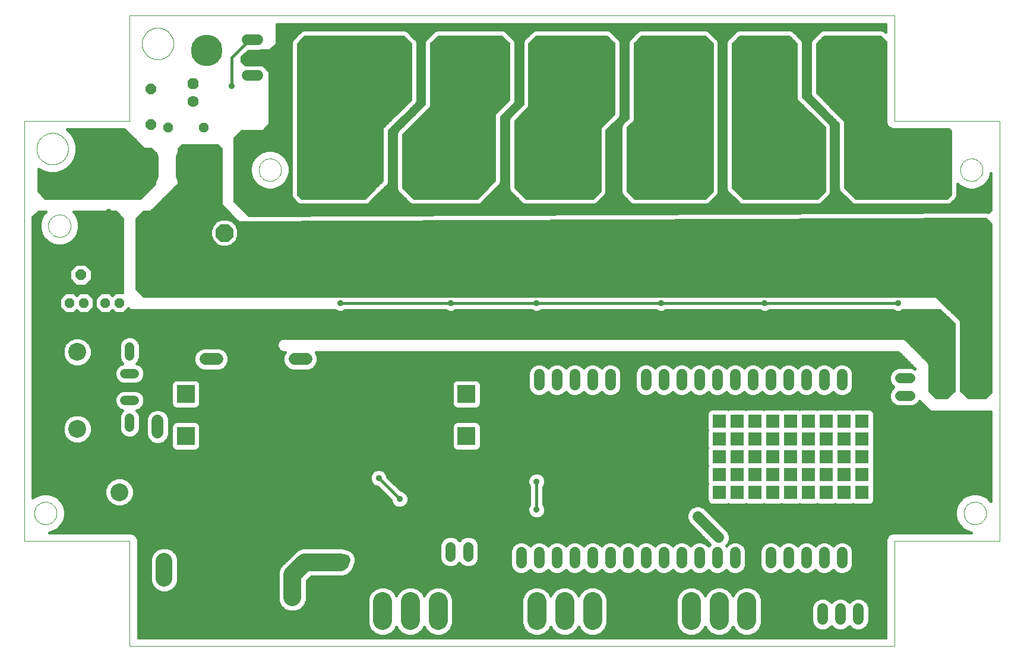
<source format=gbl>
G75*
G70*
%OFA0B0*%
%FSLAX24Y24*%
%IPPOS*%
%LPD*%
%AMOC8*
5,1,8,0,0,1.08239X$1,22.5*
%
%ADD10C,0.0000*%
%ADD11C,0.0660*%
%ADD12C,0.0600*%
%ADD13C,0.0560*%
%ADD14C,0.1000*%
%ADD15C,0.1000*%
%ADD16OC8,0.1000*%
%ADD17C,0.0860*%
%ADD18C,0.1065*%
%ADD19C,0.0520*%
%ADD20C,0.0660*%
%ADD21C,0.0945*%
%ADD22R,0.1000X0.1000*%
%ADD23OC8,0.0600*%
%ADD24OC8,0.0520*%
%ADD25OC8,0.0630*%
%ADD26C,0.0630*%
%ADD27C,0.0357*%
%ADD28C,0.0160*%
%ADD29R,0.0760X0.0760*%
%ADD30C,0.0591*%
%ADD31C,0.0315*%
%ADD32C,0.0157*%
%ADD33C,0.1772*%
%ADD34C,0.0240*%
D10*
X008939Y004759D02*
X008939Y010664D01*
X003033Y010664D01*
X003033Y034286D01*
X008939Y034286D01*
X008939Y040192D01*
X051852Y040192D01*
X051852Y034286D01*
X057758Y034286D01*
X057758Y010664D01*
X051852Y010664D01*
X051852Y004759D01*
X008939Y004759D01*
X003584Y012239D02*
X003586Y012289D01*
X003592Y012339D01*
X003602Y012388D01*
X003616Y012436D01*
X003633Y012483D01*
X003654Y012528D01*
X003679Y012572D01*
X003707Y012613D01*
X003739Y012652D01*
X003773Y012689D01*
X003810Y012723D01*
X003850Y012753D01*
X003892Y012780D01*
X003936Y012804D01*
X003982Y012825D01*
X004029Y012841D01*
X004077Y012854D01*
X004127Y012863D01*
X004176Y012868D01*
X004227Y012869D01*
X004277Y012866D01*
X004326Y012859D01*
X004375Y012848D01*
X004423Y012833D01*
X004469Y012815D01*
X004514Y012793D01*
X004557Y012767D01*
X004598Y012738D01*
X004637Y012706D01*
X004673Y012671D01*
X004705Y012633D01*
X004735Y012593D01*
X004762Y012550D01*
X004785Y012506D01*
X004804Y012460D01*
X004820Y012412D01*
X004832Y012363D01*
X004840Y012314D01*
X004844Y012264D01*
X004844Y012214D01*
X004840Y012164D01*
X004832Y012115D01*
X004820Y012066D01*
X004804Y012018D01*
X004785Y011972D01*
X004762Y011928D01*
X004735Y011885D01*
X004705Y011845D01*
X004673Y011807D01*
X004637Y011772D01*
X004598Y011740D01*
X004557Y011711D01*
X004514Y011685D01*
X004469Y011663D01*
X004423Y011645D01*
X004375Y011630D01*
X004326Y011619D01*
X004277Y011612D01*
X004227Y011609D01*
X004176Y011610D01*
X004127Y011615D01*
X004077Y011624D01*
X004029Y011637D01*
X003982Y011653D01*
X003936Y011674D01*
X003892Y011698D01*
X003850Y011725D01*
X003810Y011755D01*
X003773Y011789D01*
X003739Y011826D01*
X003707Y011865D01*
X003679Y011906D01*
X003654Y011950D01*
X003633Y011995D01*
X003616Y012042D01*
X003602Y012090D01*
X003592Y012139D01*
X003586Y012189D01*
X003584Y012239D01*
X004372Y028381D02*
X004374Y028431D01*
X004380Y028481D01*
X004390Y028530D01*
X004404Y028578D01*
X004421Y028625D01*
X004442Y028670D01*
X004467Y028714D01*
X004495Y028755D01*
X004527Y028794D01*
X004561Y028831D01*
X004598Y028865D01*
X004638Y028895D01*
X004680Y028922D01*
X004724Y028946D01*
X004770Y028967D01*
X004817Y028983D01*
X004865Y028996D01*
X004915Y029005D01*
X004964Y029010D01*
X005015Y029011D01*
X005065Y029008D01*
X005114Y029001D01*
X005163Y028990D01*
X005211Y028975D01*
X005257Y028957D01*
X005302Y028935D01*
X005345Y028909D01*
X005386Y028880D01*
X005425Y028848D01*
X005461Y028813D01*
X005493Y028775D01*
X005523Y028735D01*
X005550Y028692D01*
X005573Y028648D01*
X005592Y028602D01*
X005608Y028554D01*
X005620Y028505D01*
X005628Y028456D01*
X005632Y028406D01*
X005632Y028356D01*
X005628Y028306D01*
X005620Y028257D01*
X005608Y028208D01*
X005592Y028160D01*
X005573Y028114D01*
X005550Y028070D01*
X005523Y028027D01*
X005493Y027987D01*
X005461Y027949D01*
X005425Y027914D01*
X005386Y027882D01*
X005345Y027853D01*
X005302Y027827D01*
X005257Y027805D01*
X005211Y027787D01*
X005163Y027772D01*
X005114Y027761D01*
X005065Y027754D01*
X005015Y027751D01*
X004964Y027752D01*
X004915Y027757D01*
X004865Y027766D01*
X004817Y027779D01*
X004770Y027795D01*
X004724Y027816D01*
X004680Y027840D01*
X004638Y027867D01*
X004598Y027897D01*
X004561Y027931D01*
X004527Y027968D01*
X004495Y028007D01*
X004467Y028048D01*
X004442Y028092D01*
X004421Y028137D01*
X004404Y028184D01*
X004390Y028232D01*
X004380Y028281D01*
X004374Y028331D01*
X004372Y028381D01*
X003722Y032712D02*
X003724Y032771D01*
X003730Y032830D01*
X003740Y032888D01*
X003753Y032946D01*
X003771Y033003D01*
X003792Y033058D01*
X003817Y033112D01*
X003846Y033164D01*
X003878Y033213D01*
X003913Y033261D01*
X003951Y033306D01*
X003992Y033349D01*
X004036Y033389D01*
X004082Y033425D01*
X004131Y033459D01*
X004182Y033489D01*
X004235Y033516D01*
X004290Y033539D01*
X004345Y033558D01*
X004403Y033574D01*
X004461Y033586D01*
X004519Y033594D01*
X004578Y033598D01*
X004638Y033598D01*
X004697Y033594D01*
X004755Y033586D01*
X004813Y033574D01*
X004871Y033558D01*
X004926Y033539D01*
X004981Y033516D01*
X005034Y033489D01*
X005085Y033459D01*
X005134Y033425D01*
X005180Y033389D01*
X005224Y033349D01*
X005265Y033306D01*
X005303Y033261D01*
X005338Y033213D01*
X005370Y033164D01*
X005399Y033112D01*
X005424Y033058D01*
X005445Y033003D01*
X005463Y032946D01*
X005476Y032888D01*
X005486Y032830D01*
X005492Y032771D01*
X005494Y032712D01*
X005492Y032653D01*
X005486Y032594D01*
X005476Y032536D01*
X005463Y032478D01*
X005445Y032421D01*
X005424Y032366D01*
X005399Y032312D01*
X005370Y032260D01*
X005338Y032211D01*
X005303Y032163D01*
X005265Y032118D01*
X005224Y032075D01*
X005180Y032035D01*
X005134Y031999D01*
X005085Y031965D01*
X005034Y031935D01*
X004981Y031908D01*
X004926Y031885D01*
X004871Y031866D01*
X004813Y031850D01*
X004755Y031838D01*
X004697Y031830D01*
X004638Y031826D01*
X004578Y031826D01*
X004519Y031830D01*
X004461Y031838D01*
X004403Y031850D01*
X004345Y031866D01*
X004290Y031885D01*
X004235Y031908D01*
X004182Y031935D01*
X004131Y031965D01*
X004082Y031999D01*
X004036Y032035D01*
X003992Y032075D01*
X003951Y032118D01*
X003913Y032163D01*
X003878Y032211D01*
X003846Y032260D01*
X003817Y032312D01*
X003792Y032366D01*
X003771Y032421D01*
X003753Y032478D01*
X003740Y032536D01*
X003730Y032594D01*
X003724Y032653D01*
X003722Y032712D01*
X009628Y038617D02*
X009630Y038676D01*
X009636Y038735D01*
X009646Y038793D01*
X009659Y038851D01*
X009677Y038908D01*
X009698Y038963D01*
X009723Y039017D01*
X009752Y039069D01*
X009784Y039118D01*
X009819Y039166D01*
X009857Y039211D01*
X009898Y039254D01*
X009942Y039294D01*
X009988Y039330D01*
X010037Y039364D01*
X010088Y039394D01*
X010141Y039421D01*
X010196Y039444D01*
X010251Y039463D01*
X010309Y039479D01*
X010367Y039491D01*
X010425Y039499D01*
X010484Y039503D01*
X010544Y039503D01*
X010603Y039499D01*
X010661Y039491D01*
X010719Y039479D01*
X010777Y039463D01*
X010832Y039444D01*
X010887Y039421D01*
X010940Y039394D01*
X010991Y039364D01*
X011040Y039330D01*
X011086Y039294D01*
X011130Y039254D01*
X011171Y039211D01*
X011209Y039166D01*
X011244Y039118D01*
X011276Y039069D01*
X011305Y039017D01*
X011330Y038963D01*
X011351Y038908D01*
X011369Y038851D01*
X011382Y038793D01*
X011392Y038735D01*
X011398Y038676D01*
X011400Y038617D01*
X011398Y038558D01*
X011392Y038499D01*
X011382Y038441D01*
X011369Y038383D01*
X011351Y038326D01*
X011330Y038271D01*
X011305Y038217D01*
X011276Y038165D01*
X011244Y038116D01*
X011209Y038068D01*
X011171Y038023D01*
X011130Y037980D01*
X011086Y037940D01*
X011040Y037904D01*
X010991Y037870D01*
X010940Y037840D01*
X010887Y037813D01*
X010832Y037790D01*
X010777Y037771D01*
X010719Y037755D01*
X010661Y037743D01*
X010603Y037735D01*
X010544Y037731D01*
X010484Y037731D01*
X010425Y037735D01*
X010367Y037743D01*
X010309Y037755D01*
X010251Y037771D01*
X010196Y037790D01*
X010141Y037813D01*
X010088Y037840D01*
X010037Y037870D01*
X009988Y037904D01*
X009942Y037940D01*
X009898Y037980D01*
X009857Y038023D01*
X009819Y038068D01*
X009784Y038116D01*
X009752Y038165D01*
X009723Y038217D01*
X009698Y038271D01*
X009677Y038326D01*
X009659Y038383D01*
X009646Y038441D01*
X009636Y038499D01*
X009630Y038558D01*
X009628Y038617D01*
X016183Y031530D02*
X016185Y031580D01*
X016191Y031630D01*
X016201Y031679D01*
X016215Y031727D01*
X016232Y031774D01*
X016253Y031819D01*
X016278Y031863D01*
X016306Y031904D01*
X016338Y031943D01*
X016372Y031980D01*
X016409Y032014D01*
X016449Y032044D01*
X016491Y032071D01*
X016535Y032095D01*
X016581Y032116D01*
X016628Y032132D01*
X016676Y032145D01*
X016726Y032154D01*
X016775Y032159D01*
X016826Y032160D01*
X016876Y032157D01*
X016925Y032150D01*
X016974Y032139D01*
X017022Y032124D01*
X017068Y032106D01*
X017113Y032084D01*
X017156Y032058D01*
X017197Y032029D01*
X017236Y031997D01*
X017272Y031962D01*
X017304Y031924D01*
X017334Y031884D01*
X017361Y031841D01*
X017384Y031797D01*
X017403Y031751D01*
X017419Y031703D01*
X017431Y031654D01*
X017439Y031605D01*
X017443Y031555D01*
X017443Y031505D01*
X017439Y031455D01*
X017431Y031406D01*
X017419Y031357D01*
X017403Y031309D01*
X017384Y031263D01*
X017361Y031219D01*
X017334Y031176D01*
X017304Y031136D01*
X017272Y031098D01*
X017236Y031063D01*
X017197Y031031D01*
X017156Y031002D01*
X017113Y030976D01*
X017068Y030954D01*
X017022Y030936D01*
X016974Y030921D01*
X016925Y030910D01*
X016876Y030903D01*
X016826Y030900D01*
X016775Y030901D01*
X016726Y030906D01*
X016676Y030915D01*
X016628Y030928D01*
X016581Y030944D01*
X016535Y030965D01*
X016491Y030989D01*
X016449Y031016D01*
X016409Y031046D01*
X016372Y031080D01*
X016338Y031117D01*
X016306Y031156D01*
X016278Y031197D01*
X016253Y031241D01*
X016232Y031286D01*
X016215Y031333D01*
X016201Y031381D01*
X016191Y031430D01*
X016185Y031480D01*
X016183Y031530D01*
X055553Y031530D02*
X055555Y031580D01*
X055561Y031630D01*
X055571Y031679D01*
X055585Y031727D01*
X055602Y031774D01*
X055623Y031819D01*
X055648Y031863D01*
X055676Y031904D01*
X055708Y031943D01*
X055742Y031980D01*
X055779Y032014D01*
X055819Y032044D01*
X055861Y032071D01*
X055905Y032095D01*
X055951Y032116D01*
X055998Y032132D01*
X056046Y032145D01*
X056096Y032154D01*
X056145Y032159D01*
X056196Y032160D01*
X056246Y032157D01*
X056295Y032150D01*
X056344Y032139D01*
X056392Y032124D01*
X056438Y032106D01*
X056483Y032084D01*
X056526Y032058D01*
X056567Y032029D01*
X056606Y031997D01*
X056642Y031962D01*
X056674Y031924D01*
X056704Y031884D01*
X056731Y031841D01*
X056754Y031797D01*
X056773Y031751D01*
X056789Y031703D01*
X056801Y031654D01*
X056809Y031605D01*
X056813Y031555D01*
X056813Y031505D01*
X056809Y031455D01*
X056801Y031406D01*
X056789Y031357D01*
X056773Y031309D01*
X056754Y031263D01*
X056731Y031219D01*
X056704Y031176D01*
X056674Y031136D01*
X056642Y031098D01*
X056606Y031063D01*
X056567Y031031D01*
X056526Y031002D01*
X056483Y030976D01*
X056438Y030954D01*
X056392Y030936D01*
X056344Y030921D01*
X056295Y030910D01*
X056246Y030903D01*
X056196Y030900D01*
X056145Y030901D01*
X056096Y030906D01*
X056046Y030915D01*
X055998Y030928D01*
X055951Y030944D01*
X055905Y030965D01*
X055861Y030989D01*
X055819Y031016D01*
X055779Y031046D01*
X055742Y031080D01*
X055708Y031117D01*
X055676Y031156D01*
X055648Y031197D01*
X055623Y031241D01*
X055602Y031286D01*
X055585Y031333D01*
X055571Y031381D01*
X055561Y031430D01*
X055555Y031480D01*
X055553Y031530D01*
X055750Y012239D02*
X055752Y012289D01*
X055758Y012339D01*
X055768Y012388D01*
X055782Y012436D01*
X055799Y012483D01*
X055820Y012528D01*
X055845Y012572D01*
X055873Y012613D01*
X055905Y012652D01*
X055939Y012689D01*
X055976Y012723D01*
X056016Y012753D01*
X056058Y012780D01*
X056102Y012804D01*
X056148Y012825D01*
X056195Y012841D01*
X056243Y012854D01*
X056293Y012863D01*
X056342Y012868D01*
X056393Y012869D01*
X056443Y012866D01*
X056492Y012859D01*
X056541Y012848D01*
X056589Y012833D01*
X056635Y012815D01*
X056680Y012793D01*
X056723Y012767D01*
X056764Y012738D01*
X056803Y012706D01*
X056839Y012671D01*
X056871Y012633D01*
X056901Y012593D01*
X056928Y012550D01*
X056951Y012506D01*
X056970Y012460D01*
X056986Y012412D01*
X056998Y012363D01*
X057006Y012314D01*
X057010Y012264D01*
X057010Y012214D01*
X057006Y012164D01*
X056998Y012115D01*
X056986Y012066D01*
X056970Y012018D01*
X056951Y011972D01*
X056928Y011928D01*
X056901Y011885D01*
X056871Y011845D01*
X056839Y011807D01*
X056803Y011772D01*
X056764Y011740D01*
X056723Y011711D01*
X056680Y011685D01*
X056635Y011663D01*
X056589Y011645D01*
X056541Y011630D01*
X056492Y011619D01*
X056443Y011612D01*
X056393Y011609D01*
X056342Y011610D01*
X056293Y011615D01*
X056243Y011624D01*
X056195Y011637D01*
X056148Y011653D01*
X056102Y011674D01*
X056058Y011698D01*
X056016Y011725D01*
X055976Y011755D01*
X055939Y011789D01*
X055905Y011826D01*
X055873Y011865D01*
X055845Y011906D01*
X055820Y011950D01*
X055799Y011995D01*
X055782Y012042D01*
X055768Y012090D01*
X055758Y012139D01*
X055752Y012189D01*
X055750Y012239D01*
D11*
X020996Y009595D03*
X020996Y005595D03*
D12*
X030923Y009423D02*
X030923Y010023D01*
X031923Y010023D02*
X031923Y009423D01*
X032923Y009423D02*
X032923Y010023D01*
X033923Y010023D02*
X033923Y009423D01*
X034923Y009423D02*
X034923Y010023D01*
X035923Y010023D02*
X035923Y009423D01*
X036923Y009423D02*
X036923Y010023D01*
X037923Y010023D02*
X037923Y009423D01*
X038923Y009423D02*
X038923Y010023D01*
X039923Y010023D02*
X039923Y009423D01*
X040923Y009423D02*
X040923Y010023D01*
X041923Y010023D02*
X041923Y009423D01*
X042923Y009423D02*
X042923Y010023D01*
X043923Y010023D02*
X043923Y009423D01*
X044923Y009423D02*
X044923Y010023D01*
X045923Y010023D02*
X045923Y009423D01*
X046923Y009423D02*
X046923Y010023D01*
X047923Y010023D02*
X047923Y009423D01*
X048923Y009423D02*
X048923Y010023D01*
X048829Y006860D02*
X048829Y006260D01*
X049829Y006260D02*
X049829Y006860D01*
X050829Y006860D02*
X050829Y006260D01*
X047829Y006260D02*
X047829Y006860D01*
X047923Y019423D02*
X047923Y020023D01*
X046923Y020023D02*
X046923Y019423D01*
X045923Y019423D02*
X045923Y020023D01*
X044923Y020023D02*
X044923Y019423D01*
X043923Y019423D02*
X043923Y020023D01*
X042923Y020023D02*
X042923Y019423D01*
X041923Y019423D02*
X041923Y020023D01*
X040923Y020023D02*
X040923Y019423D01*
X039923Y019423D02*
X039923Y020023D01*
X038923Y020023D02*
X038923Y019423D01*
X037923Y019423D02*
X037923Y020023D01*
X036923Y020023D02*
X036923Y019423D01*
X035923Y019423D02*
X035923Y020023D01*
X034923Y020023D02*
X034923Y019423D01*
X033923Y019423D02*
X033923Y020023D01*
X032923Y020023D02*
X032923Y019423D01*
X031923Y019423D02*
X031923Y020023D01*
X030923Y020023D02*
X030923Y019423D01*
X048923Y019423D02*
X048923Y020023D01*
X016144Y036830D02*
X015544Y036830D01*
X015544Y037830D02*
X016144Y037830D01*
X016144Y038830D02*
X015544Y038830D01*
D13*
X052163Y019826D02*
X052723Y019826D01*
X052723Y018826D02*
X052163Y018826D01*
X053124Y012519D02*
X053124Y011959D01*
X054124Y011959D02*
X054124Y012519D01*
X027943Y010354D02*
X027943Y009794D01*
X026943Y009794D02*
X026943Y010354D01*
D14*
X020750Y009483D02*
X018781Y009483D01*
X018073Y008775D01*
X018073Y007515D01*
X013415Y031202D02*
X013415Y032202D01*
X012037Y032202D02*
X012037Y031202D01*
X010069Y031202D02*
X010069Y032202D01*
X008691Y032202D02*
X008691Y031202D01*
D15*
X009939Y027987D03*
X012270Y027987D03*
X010907Y025050D03*
X015238Y025050D03*
X019569Y025050D03*
X023900Y025050D03*
X028230Y025050D03*
X032561Y025050D03*
X036892Y025050D03*
X041222Y025050D03*
X045553Y025050D03*
X049884Y025050D03*
X054214Y025050D03*
X056396Y019916D03*
X008364Y013420D03*
X006002Y016964D03*
X006002Y021294D03*
D16*
X004002Y021294D03*
X004002Y016964D03*
X006364Y013420D03*
X010907Y023050D03*
X015238Y023050D03*
X019569Y023050D03*
X023900Y023050D03*
X028230Y023050D03*
X032561Y023050D03*
X036892Y023050D03*
X041222Y023050D03*
X045553Y023050D03*
X049884Y023050D03*
X054214Y023050D03*
X054396Y019916D03*
X014270Y027987D03*
X007939Y027987D03*
D17*
X018073Y007515D03*
X019451Y007515D03*
D18*
X023134Y007260D02*
X023134Y006195D01*
X024694Y006195D02*
X024694Y007260D01*
X026254Y007260D02*
X026254Y006195D01*
X027814Y006195D02*
X027814Y007260D01*
X031796Y007260D02*
X031796Y006195D01*
X033356Y006195D02*
X033356Y007260D01*
X034916Y007260D02*
X034916Y006195D01*
X036476Y006195D02*
X036476Y007260D01*
X040457Y007260D02*
X040457Y006195D01*
X042017Y006195D02*
X042017Y007260D01*
X043577Y007260D02*
X043577Y006195D01*
X045137Y006195D02*
X045137Y007260D01*
D19*
X008939Y017066D02*
X008939Y017586D01*
X008679Y018576D02*
X009199Y018576D01*
X009199Y020076D02*
X008679Y020076D01*
X008939Y021066D02*
X008939Y021586D01*
D20*
X013196Y020901D02*
X013856Y020901D01*
X018196Y020901D02*
X018856Y020901D01*
X010514Y017431D02*
X010514Y016771D01*
X010514Y012431D02*
X010514Y011771D01*
D21*
X010876Y009525D02*
X010876Y008580D01*
X014876Y008580D02*
X014876Y009525D01*
X023474Y035426D02*
X023474Y036371D01*
X027474Y036371D02*
X027474Y035426D01*
X034498Y035426D02*
X034498Y036371D01*
X038498Y036371D02*
X038498Y035426D01*
X045522Y035426D02*
X045522Y036371D01*
X049522Y036371D02*
X049522Y035426D01*
D22*
X027837Y018932D03*
X027837Y016570D03*
X027837Y014208D03*
X027837Y011845D03*
X012089Y011845D03*
X012089Y014208D03*
X012089Y016570D03*
X012089Y018932D03*
D23*
X006199Y025625D03*
X004199Y025625D03*
X010120Y034074D03*
X010120Y036074D03*
D24*
X011089Y033893D03*
X013089Y033893D03*
X008364Y024050D03*
X007577Y024050D03*
X006364Y024050D03*
X005577Y024050D03*
D25*
X012482Y036361D03*
D26*
X012482Y035361D03*
D27*
X014648Y036255D03*
X017600Y036255D03*
X017600Y037436D03*
X017600Y038617D03*
X017797Y039601D03*
X018978Y039601D03*
X019963Y039601D03*
X020947Y039601D03*
X021931Y039601D03*
X022915Y039601D03*
X023900Y039601D03*
X024884Y039601D03*
X025868Y039601D03*
X026852Y039601D03*
X027837Y039601D03*
X028821Y039601D03*
X029805Y039601D03*
X030789Y039601D03*
X030789Y039011D03*
X031577Y039601D03*
X032167Y038814D03*
X032561Y039601D03*
X033545Y039601D03*
X034529Y039601D03*
X035514Y039601D03*
X035317Y038814D03*
X036695Y039208D03*
X036695Y038223D03*
X037679Y038814D03*
X038073Y039601D03*
X039057Y039601D03*
X040041Y039601D03*
X041222Y039601D03*
X042207Y039208D03*
X041222Y038814D03*
X042207Y038223D03*
X043191Y038814D03*
X043388Y039601D03*
X044569Y039601D03*
X045750Y039601D03*
X045947Y038814D03*
X046931Y039208D03*
X047915Y038814D03*
X046931Y038223D03*
X046931Y037239D03*
X046931Y036255D03*
X047915Y036058D03*
X047325Y035271D03*
X047128Y034090D03*
X048309Y034286D03*
X048506Y033302D03*
X047128Y032515D03*
X046340Y032515D03*
X045553Y032515D03*
X044766Y032515D03*
X044766Y031727D03*
X045553Y031727D03*
X046340Y031727D03*
X046340Y030940D03*
X045553Y030940D03*
X044766Y030940D03*
X043978Y030940D03*
X043978Y031727D03*
X043978Y032515D03*
X042207Y032318D03*
X042207Y031334D03*
X040829Y031727D03*
X040041Y031727D03*
X040041Y030940D03*
X040829Y030940D03*
X042207Y030349D03*
X042403Y029562D03*
X041813Y029562D03*
X042994Y029562D03*
X041222Y028381D03*
X041222Y027987D03*
X041222Y027593D03*
X039254Y030152D03*
X039254Y030940D03*
X038466Y030940D03*
X037679Y030940D03*
X037679Y031727D03*
X038466Y031727D03*
X039254Y031727D03*
X039254Y032515D03*
X038466Y032515D03*
X037679Y032515D03*
X036104Y032318D03*
X036104Y031334D03*
X036104Y030349D03*
X036104Y029562D03*
X035514Y029562D03*
X036695Y029562D03*
X034923Y028381D03*
X034923Y027987D03*
X034923Y027593D03*
X032955Y030152D03*
X032955Y030940D03*
X032167Y030940D03*
X031380Y030940D03*
X031380Y031727D03*
X032167Y031727D03*
X032955Y031727D03*
X033742Y031727D03*
X034529Y031727D03*
X034529Y030940D03*
X033742Y030940D03*
X033742Y032515D03*
X034529Y032515D03*
X032955Y032515D03*
X032167Y032515D03*
X031380Y032515D03*
X030002Y032318D03*
X030002Y031334D03*
X029805Y030349D03*
X029805Y029562D03*
X029214Y029562D03*
X030396Y029562D03*
X028624Y028381D03*
X028624Y027987D03*
X028624Y027593D03*
X026655Y030152D03*
X026655Y030940D03*
X027443Y030940D03*
X028230Y030940D03*
X028230Y031727D03*
X027443Y031727D03*
X026655Y031727D03*
X025868Y031727D03*
X025081Y031727D03*
X025081Y030940D03*
X025868Y030940D03*
X025868Y032515D03*
X025081Y032515D03*
X023703Y032318D03*
X023703Y031334D03*
X023506Y030349D03*
X023506Y029562D03*
X024096Y029562D03*
X022915Y029562D03*
X022325Y028381D03*
X022325Y027987D03*
X022325Y027593D03*
X020356Y030152D03*
X020356Y030940D03*
X021144Y030940D03*
X021931Y030940D03*
X021931Y031727D03*
X021144Y031727D03*
X020356Y031727D03*
X019569Y031727D03*
X018781Y031727D03*
X018781Y030940D03*
X019569Y030940D03*
X017403Y029759D03*
X017010Y029759D03*
X017994Y029562D03*
X016026Y029562D03*
X015238Y030349D03*
X015041Y031924D03*
X015238Y033302D03*
X016419Y033302D03*
X017600Y032712D03*
X018781Y032515D03*
X019569Y032515D03*
X020356Y032515D03*
X021144Y032515D03*
X021931Y032515D03*
X023703Y033302D03*
X024293Y034286D03*
X025081Y035074D03*
X026065Y034877D03*
X025277Y036058D03*
X025277Y036845D03*
X026065Y036649D03*
X025277Y037633D03*
X025277Y038420D03*
X026065Y038617D03*
X023900Y038617D03*
X021537Y038617D03*
X019175Y038617D03*
X019175Y036649D03*
X017600Y035074D03*
X017600Y033893D03*
X019175Y034680D03*
X021537Y034680D03*
X021537Y036649D03*
X026655Y032515D03*
X027443Y032515D03*
X028230Y032515D03*
X030002Y033302D03*
X030002Y034286D03*
X030592Y035074D03*
X030789Y036058D03*
X030789Y037042D03*
X030789Y038027D03*
X028427Y038617D03*
X028427Y036649D03*
X028427Y034877D03*
X032167Y034877D03*
X036104Y033302D03*
X036498Y034286D03*
X036695Y035271D03*
X036695Y036255D03*
X036695Y037239D03*
X041222Y036452D03*
X042207Y036255D03*
X042207Y037239D03*
X043191Y036452D03*
X042207Y035271D03*
X042207Y034286D03*
X042207Y033302D03*
X043191Y034090D03*
X040829Y032515D03*
X040041Y032515D03*
X045553Y030152D03*
X047128Y030940D03*
X047128Y031727D03*
X048506Y031334D03*
X048506Y030546D03*
X048703Y029562D03*
X049293Y029562D03*
X048112Y029562D03*
X047522Y028381D03*
X047522Y027987D03*
X047522Y027593D03*
X051852Y030152D03*
X051852Y030940D03*
X051065Y030940D03*
X051065Y031727D03*
X051852Y031727D03*
X052640Y031727D03*
X053427Y031727D03*
X053427Y030940D03*
X052640Y030940D03*
X052640Y032515D03*
X051852Y032515D03*
X051065Y032515D03*
X050277Y032515D03*
X050277Y031727D03*
X050277Y030940D03*
X048506Y032318D03*
X051065Y036058D03*
X054608Y033696D03*
X053427Y032515D03*
X054608Y030152D03*
X055199Y029562D03*
X056380Y029956D03*
X056774Y029956D03*
X053821Y028381D03*
X053821Y027987D03*
X053821Y027593D03*
X056183Y026806D03*
X056183Y026412D03*
X056183Y026019D03*
X053033Y023263D03*
X052049Y024050D03*
X051459Y023263D03*
X048703Y023263D03*
X047718Y023263D03*
X046734Y023263D03*
X044569Y023263D03*
X044569Y024050D03*
X043388Y023263D03*
X042403Y023263D03*
X040041Y023263D03*
X038860Y023263D03*
X038754Y024050D03*
X035711Y023263D03*
X034726Y023263D03*
X033742Y023263D03*
X031774Y024050D03*
X029411Y023263D03*
X027049Y023263D03*
X026951Y024050D03*
X025081Y023263D03*
X022718Y023263D03*
X021734Y023263D03*
X020750Y023263D03*
X020750Y024050D03*
X017994Y023263D03*
X016419Y023263D03*
X014057Y023263D03*
X013073Y023263D03*
X012089Y023263D03*
X009726Y023263D03*
X007758Y026806D03*
X007758Y029168D03*
X015829Y027790D03*
X016222Y027790D03*
X016813Y027003D03*
X017010Y025822D03*
X017403Y025822D03*
X021144Y018145D03*
X018585Y016767D03*
X022915Y014208D03*
X023703Y014798D03*
X022522Y013617D03*
X024096Y013027D03*
X023112Y011058D03*
X020159Y010467D03*
X029805Y007121D03*
X032364Y011058D03*
X032364Y012436D03*
X031774Y012436D03*
X031183Y012436D03*
X031183Y014011D03*
X031774Y014011D03*
X032364Y014011D03*
X035907Y015782D03*
X035711Y017357D03*
X037089Y017554D03*
X037679Y014011D03*
X037679Y012436D03*
X038663Y010861D03*
X040829Y012042D03*
X042010Y010861D03*
X041026Y013814D03*
X050041Y019212D03*
X054805Y020901D03*
X054805Y022082D03*
X033545Y021097D03*
X029214Y019523D03*
X038270Y007121D03*
X009529Y010074D03*
X008348Y011255D03*
X051065Y038814D03*
X051262Y039601D03*
D28*
X051372Y039563D02*
X017207Y039563D01*
X017207Y039712D02*
X051372Y039712D01*
X051372Y039264D01*
X051289Y039347D01*
X051144Y039407D01*
X047836Y039407D01*
X047691Y039347D01*
X047297Y038953D01*
X047186Y038841D01*
X047125Y038696D01*
X047125Y035782D01*
X047186Y035637D01*
X048700Y034122D01*
X048700Y030467D01*
X048760Y030322D01*
X049351Y029731D01*
X049462Y029620D01*
X049608Y029559D01*
X054884Y029559D01*
X055029Y029620D01*
X055141Y029731D01*
X055141Y029731D01*
X055226Y029817D01*
X055338Y029928D01*
X055398Y030074D01*
X055398Y030746D01*
X055501Y030642D01*
X055755Y030496D01*
X056037Y030421D01*
X056329Y030421D01*
X056611Y030496D01*
X056864Y030642D01*
X057071Y030849D01*
X057217Y031102D01*
X057278Y031328D01*
X057278Y029279D01*
X057135Y029136D01*
X057121Y029141D01*
X057049Y029171D01*
X057048Y029171D01*
X057047Y029171D01*
X056970Y029171D01*
X056892Y029171D01*
X056891Y029170D01*
X015627Y028977D01*
X014844Y029759D01*
X014844Y033302D01*
X015238Y033696D01*
X016419Y033696D01*
X016813Y034090D01*
X016813Y037042D01*
X016419Y037436D01*
X016291Y037436D01*
X016267Y037446D01*
X015425Y037446D01*
X015238Y037633D01*
X015238Y037860D01*
X015592Y038213D01*
X016267Y038213D01*
X016291Y038223D01*
X016813Y038223D01*
X017207Y038617D01*
X017207Y039712D01*
X017207Y039404D02*
X018697Y039404D01*
X018703Y039407D02*
X018557Y039347D01*
X018446Y039235D01*
X018052Y038841D01*
X017991Y038696D01*
X017991Y030074D01*
X018052Y029928D01*
X018360Y029620D01*
X018506Y029559D01*
X018663Y029559D01*
X022207Y029559D01*
X022352Y029620D01*
X022464Y029731D01*
X023448Y030715D01*
X023508Y030861D01*
X023508Y033729D01*
X025023Y035243D01*
X025083Y035389D01*
X025083Y038696D01*
X025023Y038841D01*
X024911Y038953D01*
X024518Y039347D01*
X024372Y039407D01*
X018703Y039407D01*
X018456Y039246D02*
X017207Y039246D01*
X017207Y039087D02*
X018298Y039087D01*
X018139Y038929D02*
X017207Y038929D01*
X017207Y038770D02*
X018022Y038770D01*
X017991Y038612D02*
X017202Y038612D01*
X017043Y038453D02*
X017991Y038453D01*
X017991Y038295D02*
X016885Y038295D01*
X016511Y037344D02*
X017991Y037344D01*
X017991Y037502D02*
X015368Y037502D01*
X015238Y037661D02*
X017991Y037661D01*
X017991Y037819D02*
X015238Y037819D01*
X015356Y037978D02*
X017991Y037978D01*
X017991Y038136D02*
X015515Y038136D01*
X015632Y038814D02*
X014648Y037830D01*
X014648Y036255D01*
X016670Y037185D02*
X017991Y037185D01*
X017991Y037027D02*
X016813Y037027D01*
X016813Y036868D02*
X017991Y036868D01*
X017991Y036710D02*
X016813Y036710D01*
X016813Y036551D02*
X017991Y036551D01*
X017991Y036393D02*
X016813Y036393D01*
X016813Y036234D02*
X017991Y036234D01*
X017991Y036076D02*
X016813Y036076D01*
X016813Y035917D02*
X017991Y035917D01*
X017991Y035759D02*
X016813Y035759D01*
X016813Y035600D02*
X017991Y035600D01*
X017991Y035442D02*
X016813Y035442D01*
X016813Y035283D02*
X017991Y035283D01*
X017991Y035125D02*
X016813Y035125D01*
X016813Y034966D02*
X017991Y034966D01*
X017991Y034808D02*
X016813Y034808D01*
X016813Y034649D02*
X017991Y034649D01*
X017991Y034491D02*
X016813Y034491D01*
X016813Y034332D02*
X017991Y034332D01*
X017991Y034174D02*
X016813Y034174D01*
X016739Y034015D02*
X017991Y034015D01*
X017991Y033857D02*
X016580Y033857D01*
X016422Y033698D02*
X017991Y033698D01*
X017991Y033540D02*
X015082Y033540D01*
X014924Y033381D02*
X017991Y033381D01*
X017991Y033223D02*
X014844Y033223D01*
X014844Y033064D02*
X017991Y033064D01*
X017991Y032906D02*
X014844Y032906D01*
X014844Y032747D02*
X017991Y032747D01*
X017991Y032589D02*
X017151Y032589D01*
X017241Y032565D02*
X016959Y032640D01*
X016667Y032640D01*
X016384Y032565D01*
X016131Y032419D01*
X015925Y032212D01*
X015779Y031959D01*
X015703Y031677D01*
X015703Y031384D01*
X015779Y031102D01*
X015925Y030849D01*
X016131Y030642D01*
X016384Y030496D01*
X016667Y030421D01*
X016959Y030421D01*
X017241Y030496D01*
X017494Y030642D01*
X017701Y030849D01*
X017847Y031102D01*
X017923Y031384D01*
X017923Y031677D01*
X017847Y031959D01*
X017701Y032212D01*
X017494Y032419D01*
X017241Y032565D01*
X017474Y032430D02*
X017991Y032430D01*
X017991Y032272D02*
X017641Y032272D01*
X017758Y032113D02*
X017991Y032113D01*
X017991Y031955D02*
X017848Y031955D01*
X017891Y031796D02*
X017991Y031796D01*
X017991Y031638D02*
X017923Y031638D01*
X017923Y031479D02*
X017991Y031479D01*
X017991Y031321D02*
X017906Y031321D01*
X017863Y031162D02*
X017991Y031162D01*
X017991Y031004D02*
X017791Y031004D01*
X017698Y030845D02*
X017991Y030845D01*
X017991Y030687D02*
X017539Y030687D01*
X017297Y030528D02*
X017991Y030528D01*
X017991Y030370D02*
X014844Y030370D01*
X014844Y030528D02*
X016329Y030528D01*
X016087Y030687D02*
X014844Y030687D01*
X014844Y030845D02*
X015928Y030845D01*
X015835Y031004D02*
X014844Y031004D01*
X014844Y031162D02*
X015762Y031162D01*
X015720Y031321D02*
X014844Y031321D01*
X014844Y031479D02*
X015703Y031479D01*
X015703Y031638D02*
X014844Y031638D01*
X014844Y031796D02*
X015735Y031796D01*
X015778Y031955D02*
X014844Y031955D01*
X014844Y032113D02*
X015868Y032113D01*
X015985Y032272D02*
X014844Y032272D01*
X014844Y032430D02*
X016152Y032430D01*
X016475Y032589D02*
X014844Y032589D01*
X014057Y032589D02*
X011695Y032589D01*
X011695Y032712D02*
X011892Y032908D01*
X013860Y032908D01*
X014057Y032712D01*
X014057Y029562D01*
X015041Y028578D01*
X056970Y028775D01*
X057278Y028467D01*
X057278Y019043D01*
X056970Y018735D01*
X055986Y018735D01*
X055592Y019129D01*
X055592Y023066D01*
X054214Y024444D01*
X009726Y024444D01*
X009333Y024838D01*
X009333Y028775D01*
X009726Y029168D01*
X010120Y029168D01*
X011695Y030743D01*
X011695Y032712D01*
X011731Y032747D02*
X014021Y032747D01*
X013863Y032906D02*
X011889Y032906D01*
X011695Y032430D02*
X014057Y032430D01*
X014057Y032272D02*
X011695Y032272D01*
X011695Y032113D02*
X014057Y032113D01*
X014057Y031955D02*
X011695Y031955D01*
X011695Y031796D02*
X014057Y031796D01*
X014057Y031638D02*
X011695Y031638D01*
X011695Y031479D02*
X014057Y031479D01*
X014057Y031321D02*
X011695Y031321D01*
X011695Y031162D02*
X014057Y031162D01*
X014057Y031004D02*
X011695Y031004D01*
X011695Y030845D02*
X014057Y030845D01*
X014057Y030687D02*
X011639Y030687D01*
X011480Y030528D02*
X014057Y030528D01*
X014057Y030370D02*
X011322Y030370D01*
X011163Y030211D02*
X014057Y030211D01*
X014057Y030053D02*
X011005Y030053D01*
X010846Y029894D02*
X014057Y029894D01*
X014057Y029736D02*
X010688Y029736D01*
X010529Y029577D02*
X014057Y029577D01*
X014200Y029419D02*
X010371Y029419D01*
X010212Y029260D02*
X014359Y029260D01*
X014517Y029102D02*
X009660Y029102D01*
X009502Y028943D02*
X014676Y028943D01*
X014834Y028785D02*
X009343Y028785D01*
X009333Y028626D02*
X013776Y028626D01*
X013806Y028657D02*
X013584Y028434D01*
X013464Y028144D01*
X013464Y027830D01*
X013584Y027540D01*
X013806Y027318D01*
X014097Y027197D01*
X014411Y027197D01*
X014701Y027318D01*
X014923Y027540D01*
X015044Y027830D01*
X015044Y028144D01*
X014923Y028434D01*
X014701Y028657D01*
X014411Y028777D01*
X014097Y028777D01*
X013806Y028657D01*
X013618Y028468D02*
X009333Y028468D01*
X009333Y028309D02*
X013533Y028309D01*
X013467Y028151D02*
X009333Y028151D01*
X009333Y027992D02*
X013464Y027992D01*
X013464Y027834D02*
X009333Y027834D01*
X009333Y027675D02*
X013528Y027675D01*
X013607Y027517D02*
X009333Y027517D01*
X009333Y027358D02*
X013766Y027358D01*
X014091Y027200D02*
X009333Y027200D01*
X009333Y027041D02*
X057278Y027041D01*
X057278Y026883D02*
X009333Y026883D01*
X009333Y026724D02*
X057278Y026724D01*
X057278Y026566D02*
X009333Y026566D01*
X009333Y026407D02*
X057278Y026407D01*
X057278Y026249D02*
X009333Y026249D01*
X009333Y026090D02*
X057278Y026090D01*
X057278Y025932D02*
X009333Y025932D01*
X009333Y025773D02*
X057278Y025773D01*
X057278Y025615D02*
X009333Y025615D01*
X009333Y025456D02*
X057278Y025456D01*
X057278Y025298D02*
X009333Y025298D01*
X009333Y025139D02*
X057278Y025139D01*
X057278Y024981D02*
X009333Y024981D01*
X009348Y024822D02*
X057278Y024822D01*
X057278Y024664D02*
X009506Y024664D01*
X009665Y024505D02*
X057278Y024505D01*
X057278Y024347D02*
X054311Y024347D01*
X054470Y024188D02*
X057278Y024188D01*
X057278Y024030D02*
X054628Y024030D01*
X054787Y023871D02*
X057278Y023871D01*
X057278Y023713D02*
X054945Y023713D01*
X055104Y023554D02*
X057278Y023554D01*
X057278Y023396D02*
X055262Y023396D01*
X055421Y023237D02*
X057278Y023237D01*
X057278Y023079D02*
X055579Y023079D01*
X055592Y022920D02*
X057278Y022920D01*
X057278Y022762D02*
X055592Y022762D01*
X055592Y022603D02*
X057278Y022603D01*
X057278Y022445D02*
X055592Y022445D01*
X055592Y022286D02*
X057278Y022286D01*
X057278Y022128D02*
X055592Y022128D01*
X055592Y021969D02*
X057278Y021969D01*
X057278Y021811D02*
X055592Y021811D01*
X055592Y021652D02*
X057278Y021652D01*
X057278Y021494D02*
X055592Y021494D01*
X055592Y021335D02*
X057278Y021335D01*
X057278Y021177D02*
X055592Y021177D01*
X055592Y021018D02*
X057278Y021018D01*
X057278Y020860D02*
X055592Y020860D01*
X055592Y020701D02*
X057278Y020701D01*
X057278Y020543D02*
X055592Y020543D01*
X055592Y020384D02*
X057278Y020384D01*
X057278Y020226D02*
X055592Y020226D01*
X055592Y020067D02*
X057278Y020067D01*
X057278Y019909D02*
X055592Y019909D01*
X055592Y019750D02*
X057278Y019750D01*
X057278Y019592D02*
X055592Y019592D01*
X055592Y019433D02*
X057278Y019433D01*
X057278Y019275D02*
X055592Y019275D01*
X055605Y019116D02*
X057278Y019116D01*
X057193Y018958D02*
X055763Y018958D01*
X055922Y018799D02*
X057035Y018799D01*
X057278Y017941D02*
X057278Y012904D01*
X057268Y012921D01*
X057061Y013127D01*
X056808Y013273D01*
X056526Y013349D01*
X056234Y013349D01*
X055951Y013273D01*
X055698Y013127D01*
X055492Y012921D01*
X055346Y012668D01*
X055270Y012385D01*
X055270Y012093D01*
X055346Y011811D01*
X055492Y011558D01*
X055698Y011351D01*
X055951Y011205D01*
X056177Y011144D01*
X051757Y011144D01*
X051580Y011071D01*
X051445Y010936D01*
X051372Y010760D01*
X051372Y005239D01*
X009419Y005239D01*
X009419Y010760D01*
X009346Y010936D01*
X009211Y011071D01*
X009034Y011144D01*
X004417Y011144D01*
X004643Y011205D01*
X004896Y011351D01*
X005103Y011558D01*
X005249Y011811D01*
X005324Y012093D01*
X005324Y012385D01*
X005249Y012668D01*
X005103Y012921D01*
X004896Y013127D01*
X004643Y013273D01*
X004361Y013349D01*
X004068Y013349D01*
X003786Y013273D01*
X003533Y013127D01*
X003513Y013108D01*
X003513Y028861D01*
X003821Y029168D01*
X004220Y029168D01*
X004114Y029062D01*
X003968Y028809D01*
X003892Y028527D01*
X003892Y028235D01*
X003968Y027952D01*
X004114Y027699D01*
X004320Y027493D01*
X004573Y027347D01*
X004856Y027271D01*
X005148Y027271D01*
X005430Y027347D01*
X005683Y027493D01*
X005890Y027699D01*
X006036Y027952D01*
X006112Y028235D01*
X006112Y028527D01*
X006036Y028809D01*
X005890Y029062D01*
X005784Y029168D01*
X008151Y029168D01*
X008545Y028775D01*
X008545Y024630D01*
X008124Y024630D01*
X007970Y024477D01*
X007817Y024630D01*
X007336Y024630D01*
X006997Y024290D01*
X006997Y023810D01*
X007336Y023470D01*
X007817Y023470D01*
X007970Y023624D01*
X008124Y023470D01*
X008604Y023470D01*
X008865Y023731D01*
X008939Y023656D01*
X020439Y023656D01*
X020468Y023628D01*
X020651Y023552D01*
X020849Y023552D01*
X021032Y023628D01*
X021055Y023650D01*
X026646Y023650D01*
X026668Y023628D01*
X026852Y023552D01*
X027050Y023552D01*
X027233Y023628D01*
X027256Y023650D01*
X031469Y023650D01*
X031491Y023628D01*
X031674Y023552D01*
X031873Y023552D01*
X032056Y023628D01*
X032078Y023650D01*
X038449Y023650D01*
X038472Y023628D01*
X038655Y023552D01*
X038853Y023552D01*
X039036Y023628D01*
X039059Y023650D01*
X044264Y023650D01*
X044286Y023628D01*
X044470Y023552D01*
X044668Y023552D01*
X044851Y023628D01*
X044874Y023650D01*
X051744Y023650D01*
X051767Y023628D01*
X051950Y023552D01*
X052148Y023552D01*
X052331Y023628D01*
X052360Y023656D01*
X054411Y023656D01*
X055192Y022875D01*
X055192Y019123D01*
X054811Y018741D01*
X054183Y018741D01*
X053827Y019098D01*
X053827Y020586D01*
X053766Y020733D01*
X052585Y021915D01*
X052473Y022027D01*
X052326Y022088D01*
X017521Y022088D01*
X017374Y022027D01*
X017261Y021915D01*
X017200Y021767D01*
X017200Y021608D01*
X017261Y021461D01*
X017374Y021349D01*
X017521Y021288D01*
X017664Y021288D01*
X017644Y021269D01*
X017546Y021030D01*
X017546Y020771D01*
X017644Y020532D01*
X017827Y020349D01*
X018066Y020251D01*
X018985Y020251D01*
X019224Y020349D01*
X019407Y020532D01*
X019506Y020771D01*
X019506Y021030D01*
X019407Y021269D01*
X019387Y021288D01*
X052080Y021288D01*
X053013Y020355D01*
X052842Y020426D01*
X052043Y020426D01*
X051823Y020334D01*
X051654Y020166D01*
X051563Y019945D01*
X051563Y019706D01*
X051654Y019486D01*
X051814Y019326D01*
X051654Y019166D01*
X051563Y018945D01*
X051563Y018706D01*
X051654Y018486D01*
X051823Y018317D01*
X052043Y018226D01*
X052842Y018226D01*
X053063Y018317D01*
X053231Y018486D01*
X053254Y018540D01*
X053791Y018002D01*
X053938Y017941D01*
X057278Y017941D01*
X057278Y017848D02*
X050741Y017848D01*
X050693Y017966D01*
X050603Y018056D01*
X050485Y018104D01*
X049598Y018104D01*
X049541Y018081D01*
X049485Y018104D01*
X048598Y018104D01*
X048541Y018081D01*
X048485Y018104D01*
X047598Y018104D01*
X047541Y018081D01*
X047485Y018104D01*
X046598Y018104D01*
X046541Y018081D01*
X046485Y018104D01*
X045598Y018104D01*
X045541Y018081D01*
X045485Y018104D01*
X044598Y018104D01*
X044541Y018081D01*
X044485Y018104D01*
X043598Y018104D01*
X043541Y018081D01*
X043485Y018104D01*
X042598Y018104D01*
X042541Y018081D01*
X042485Y018104D01*
X041598Y018104D01*
X041480Y018056D01*
X041390Y017966D01*
X041341Y017848D01*
X041341Y016961D01*
X041365Y016904D01*
X041341Y016848D01*
X041341Y015961D01*
X041365Y015904D01*
X041341Y015848D01*
X041341Y014961D01*
X041365Y014904D01*
X041341Y014848D01*
X041341Y013961D01*
X041365Y013904D01*
X041341Y013848D01*
X041341Y012961D01*
X041390Y012843D01*
X041480Y012753D01*
X041598Y012704D01*
X042485Y012704D01*
X042541Y012728D01*
X042598Y012704D01*
X043485Y012704D01*
X043541Y012728D01*
X043598Y012704D01*
X044485Y012704D01*
X044541Y012728D01*
X044598Y012704D01*
X045485Y012704D01*
X045541Y012728D01*
X045598Y012704D01*
X046485Y012704D01*
X046541Y012728D01*
X046598Y012704D01*
X047485Y012704D01*
X047541Y012728D01*
X047598Y012704D01*
X048485Y012704D01*
X048541Y012728D01*
X048598Y012704D01*
X049485Y012704D01*
X049541Y012728D01*
X049598Y012704D01*
X050485Y012704D01*
X050603Y012753D01*
X050693Y012843D01*
X050741Y012961D01*
X050741Y013848D01*
X050718Y013904D01*
X050741Y013961D01*
X050741Y014848D01*
X050718Y014904D01*
X050741Y014961D01*
X050741Y015848D01*
X050718Y015904D01*
X050741Y015961D01*
X050741Y016848D01*
X050718Y016904D01*
X050741Y016961D01*
X050741Y017848D01*
X050741Y017690D02*
X057278Y017690D01*
X057278Y017531D02*
X050741Y017531D01*
X050741Y017373D02*
X057278Y017373D01*
X057278Y017214D02*
X050741Y017214D01*
X050741Y017056D02*
X057278Y017056D01*
X057278Y016897D02*
X050721Y016897D01*
X050741Y016739D02*
X057278Y016739D01*
X057278Y016580D02*
X050741Y016580D01*
X050741Y016422D02*
X057278Y016422D01*
X057278Y016263D02*
X050741Y016263D01*
X050741Y016105D02*
X057278Y016105D01*
X057278Y015946D02*
X050735Y015946D01*
X050741Y015788D02*
X057278Y015788D01*
X057278Y015629D02*
X050741Y015629D01*
X050741Y015471D02*
X057278Y015471D01*
X057278Y015312D02*
X050741Y015312D01*
X050741Y015154D02*
X057278Y015154D01*
X057278Y014995D02*
X050741Y014995D01*
X050741Y014837D02*
X057278Y014837D01*
X057278Y014678D02*
X050741Y014678D01*
X050741Y014520D02*
X057278Y014520D01*
X057278Y014361D02*
X050741Y014361D01*
X050741Y014203D02*
X057278Y014203D01*
X057278Y014044D02*
X050741Y014044D01*
X050726Y013886D02*
X057278Y013886D01*
X057278Y013727D02*
X050741Y013727D01*
X050741Y013569D02*
X057278Y013569D01*
X057278Y013410D02*
X050741Y013410D01*
X050741Y013252D02*
X055914Y013252D01*
X055664Y013093D02*
X050741Y013093D01*
X050731Y012935D02*
X055506Y012935D01*
X055408Y012776D02*
X050626Y012776D01*
X051542Y011033D02*
X042605Y011033D01*
X042625Y010984D02*
X042531Y011210D01*
X041177Y012564D01*
X040951Y012658D01*
X040706Y012658D01*
X040480Y012564D01*
X040307Y012391D01*
X040213Y012165D01*
X040213Y011920D01*
X040307Y011694D01*
X041512Y010489D01*
X041423Y010400D01*
X041274Y010549D01*
X041046Y010643D01*
X040800Y010643D01*
X040572Y010549D01*
X040423Y010400D01*
X040274Y010549D01*
X040046Y010643D01*
X039800Y010643D01*
X039572Y010549D01*
X039423Y010400D01*
X039274Y010549D01*
X039046Y010643D01*
X038800Y010643D01*
X038572Y010549D01*
X038423Y010400D01*
X038274Y010549D01*
X038046Y010643D01*
X037800Y010643D01*
X037572Y010549D01*
X037423Y010400D01*
X037274Y010549D01*
X037046Y010643D01*
X036800Y010643D01*
X036572Y010549D01*
X036423Y010400D01*
X036274Y010549D01*
X036046Y010643D01*
X035800Y010643D01*
X035572Y010549D01*
X035423Y010400D01*
X035274Y010549D01*
X035046Y010643D01*
X034800Y010643D01*
X034572Y010549D01*
X034423Y010400D01*
X034274Y010549D01*
X034046Y010643D01*
X033800Y010643D01*
X033572Y010549D01*
X033423Y010400D01*
X033274Y010549D01*
X033046Y010643D01*
X032800Y010643D01*
X032572Y010549D01*
X032423Y010400D01*
X032274Y010549D01*
X032046Y010643D01*
X031800Y010643D01*
X031572Y010549D01*
X031423Y010400D01*
X031274Y010549D01*
X031046Y010643D01*
X030800Y010643D01*
X030572Y010549D01*
X030398Y010375D01*
X030303Y010147D01*
X030303Y009300D01*
X030398Y009072D01*
X030572Y008898D01*
X030800Y008803D01*
X031046Y008803D01*
X031274Y008898D01*
X031423Y009047D01*
X031572Y008898D01*
X031800Y008803D01*
X032046Y008803D01*
X032274Y008898D01*
X032423Y009047D01*
X032572Y008898D01*
X032800Y008803D01*
X033046Y008803D01*
X033274Y008898D01*
X033423Y009047D01*
X033572Y008898D01*
X033800Y008803D01*
X034046Y008803D01*
X034274Y008898D01*
X034423Y009047D01*
X034572Y008898D01*
X034800Y008803D01*
X035046Y008803D01*
X035274Y008898D01*
X035423Y009047D01*
X035572Y008898D01*
X035800Y008803D01*
X036046Y008803D01*
X036274Y008898D01*
X036423Y009047D01*
X036572Y008898D01*
X036800Y008803D01*
X037046Y008803D01*
X037274Y008898D01*
X037423Y009047D01*
X037572Y008898D01*
X037800Y008803D01*
X038046Y008803D01*
X038274Y008898D01*
X038423Y009047D01*
X038572Y008898D01*
X038800Y008803D01*
X039046Y008803D01*
X039274Y008898D01*
X039423Y009047D01*
X039572Y008898D01*
X039800Y008803D01*
X040046Y008803D01*
X040274Y008898D01*
X040423Y009047D01*
X040572Y008898D01*
X040800Y008803D01*
X041046Y008803D01*
X041274Y008898D01*
X041423Y009047D01*
X041572Y008898D01*
X041800Y008803D01*
X042046Y008803D01*
X042274Y008898D01*
X042423Y009047D01*
X042572Y008898D01*
X042800Y008803D01*
X043046Y008803D01*
X043274Y008898D01*
X043449Y009072D01*
X043543Y009300D01*
X043543Y010147D01*
X043449Y010375D01*
X043274Y010549D01*
X043046Y010643D01*
X042800Y010643D01*
X042572Y010549D01*
X042423Y010400D01*
X042421Y010402D01*
X042531Y010513D01*
X042625Y010739D01*
X042625Y010984D01*
X042625Y010874D02*
X051420Y010874D01*
X051372Y010716D02*
X042616Y010716D01*
X042592Y010557D02*
X042550Y010557D01*
X042539Y011191D02*
X056001Y011191D01*
X055700Y011350D02*
X042391Y011350D01*
X042233Y011508D02*
X055541Y011508D01*
X055429Y011667D02*
X042074Y011667D01*
X041916Y011825D02*
X055342Y011825D01*
X055299Y011984D02*
X041757Y011984D01*
X041599Y012142D02*
X055270Y012142D01*
X055270Y012301D02*
X041440Y012301D01*
X041282Y012459D02*
X055290Y012459D01*
X055332Y012618D02*
X041047Y012618D01*
X040611Y012618D02*
X032238Y012618D01*
X032272Y012535D02*
X032196Y012718D01*
X032174Y012741D01*
X032174Y013706D01*
X032196Y013728D01*
X032272Y013912D01*
X032272Y014110D01*
X032196Y014293D01*
X032056Y014433D01*
X031873Y014509D01*
X031674Y014509D01*
X031491Y014433D01*
X031351Y014293D01*
X031275Y014110D01*
X031275Y013912D01*
X031351Y013728D01*
X031374Y013706D01*
X031374Y012741D01*
X031351Y012718D01*
X031275Y012535D01*
X031275Y012337D01*
X031351Y012154D01*
X031491Y012013D01*
X031674Y011938D01*
X031873Y011938D01*
X032056Y012013D01*
X032196Y012154D01*
X032272Y012337D01*
X032272Y012535D01*
X032272Y012459D02*
X040376Y012459D01*
X040270Y012301D02*
X032257Y012301D01*
X032185Y012142D02*
X040213Y012142D01*
X040213Y011984D02*
X031985Y011984D01*
X031562Y011984D02*
X005295Y011984D01*
X005324Y012142D02*
X031362Y012142D01*
X031290Y012301D02*
X005324Y012301D01*
X005305Y012459D02*
X031275Y012459D01*
X031309Y012618D02*
X024393Y012618D01*
X024379Y012604D02*
X024519Y012744D01*
X024595Y012927D01*
X024595Y013126D01*
X024519Y013309D01*
X024379Y013449D01*
X024196Y013525D01*
X024164Y013525D01*
X023414Y014275D01*
X023414Y014307D01*
X023338Y014490D01*
X023198Y014630D01*
X023014Y014706D01*
X022816Y014706D01*
X022633Y014630D01*
X022493Y014490D01*
X022417Y014307D01*
X022417Y014108D01*
X022493Y013925D01*
X022633Y013785D01*
X022816Y013709D01*
X022848Y013709D01*
X023598Y012959D01*
X023598Y012927D01*
X023674Y012744D01*
X023814Y012604D01*
X023997Y012528D01*
X024196Y012528D01*
X024379Y012604D01*
X024532Y012776D02*
X031374Y012776D01*
X031374Y012935D02*
X024595Y012935D01*
X024595Y013093D02*
X031374Y013093D01*
X031374Y013252D02*
X024543Y013252D01*
X024417Y013410D02*
X031374Y013410D01*
X031374Y013569D02*
X024120Y013569D01*
X023961Y013727D02*
X031352Y013727D01*
X031286Y013886D02*
X023803Y013886D01*
X023644Y014044D02*
X031275Y014044D01*
X031314Y014203D02*
X023486Y014203D01*
X023391Y014361D02*
X031419Y014361D01*
X031774Y014011D02*
X031774Y012436D01*
X032174Y012776D02*
X041457Y012776D01*
X041352Y012935D02*
X032174Y012935D01*
X032174Y013093D02*
X041341Y013093D01*
X041341Y013252D02*
X032174Y013252D01*
X032174Y013410D02*
X041341Y013410D01*
X041341Y013569D02*
X032174Y013569D01*
X032195Y013727D02*
X041341Y013727D01*
X041357Y013886D02*
X032261Y013886D01*
X032272Y014044D02*
X041341Y014044D01*
X041341Y014203D02*
X032233Y014203D01*
X032128Y014361D02*
X041341Y014361D01*
X041341Y014520D02*
X023308Y014520D01*
X023081Y014678D02*
X041341Y014678D01*
X041341Y014837D02*
X003513Y014837D01*
X003513Y014995D02*
X041341Y014995D01*
X041341Y015154D02*
X003513Y015154D01*
X003513Y015312D02*
X041341Y015312D01*
X041341Y015471D02*
X003513Y015471D01*
X003513Y015629D02*
X041341Y015629D01*
X041341Y015788D02*
X028492Y015788D01*
X028518Y015799D02*
X028608Y015889D01*
X028657Y016006D01*
X028657Y017133D01*
X028608Y017251D01*
X028518Y017341D01*
X028400Y017390D01*
X027273Y017390D01*
X027155Y017341D01*
X027065Y017251D01*
X027017Y017133D01*
X027017Y016006D01*
X027065Y015889D01*
X027155Y015799D01*
X027273Y015750D01*
X028400Y015750D01*
X028518Y015799D01*
X028632Y015946D02*
X041347Y015946D01*
X041341Y016105D02*
X028657Y016105D01*
X028657Y016263D02*
X041341Y016263D01*
X041341Y016422D02*
X028657Y016422D01*
X028657Y016580D02*
X041341Y016580D01*
X041341Y016739D02*
X028657Y016739D01*
X028657Y016897D02*
X041362Y016897D01*
X041341Y017056D02*
X028657Y017056D01*
X028623Y017214D02*
X041341Y017214D01*
X041341Y017373D02*
X028441Y017373D01*
X028400Y018112D02*
X027273Y018112D01*
X027155Y018161D01*
X027065Y018251D01*
X027017Y018368D01*
X027017Y019496D01*
X027065Y019613D01*
X027155Y019703D01*
X027273Y019752D01*
X028400Y019752D01*
X028518Y019703D01*
X028608Y019613D01*
X028657Y019496D01*
X028657Y018368D01*
X028608Y018251D01*
X028518Y018161D01*
X028400Y018112D01*
X028522Y018165D02*
X053628Y018165D01*
X053786Y018007D02*
X050651Y018007D01*
X051658Y018482D02*
X028657Y018482D01*
X028657Y018641D02*
X051590Y018641D01*
X051563Y018799D02*
X028657Y018799D01*
X028657Y018958D02*
X031512Y018958D01*
X031572Y018898D02*
X031800Y018803D01*
X032046Y018803D01*
X032274Y018898D01*
X032423Y019047D01*
X032572Y018898D01*
X032800Y018803D01*
X033046Y018803D01*
X033274Y018898D01*
X033423Y019047D01*
X033572Y018898D01*
X033800Y018803D01*
X034046Y018803D01*
X034274Y018898D01*
X034423Y019047D01*
X034572Y018898D01*
X034800Y018803D01*
X035046Y018803D01*
X035274Y018898D01*
X035423Y019047D01*
X035572Y018898D01*
X035800Y018803D01*
X036046Y018803D01*
X036274Y018898D01*
X036449Y019072D01*
X036543Y019300D01*
X036543Y020147D01*
X036449Y020375D01*
X036274Y020549D01*
X036046Y020643D01*
X035800Y020643D01*
X035572Y020549D01*
X035423Y020400D01*
X035274Y020549D01*
X035046Y020643D01*
X034800Y020643D01*
X034572Y020549D01*
X034423Y020400D01*
X034274Y020549D01*
X034046Y020643D01*
X033800Y020643D01*
X033572Y020549D01*
X033423Y020400D01*
X033274Y020549D01*
X033046Y020643D01*
X032800Y020643D01*
X032572Y020549D01*
X032423Y020400D01*
X032274Y020549D01*
X032046Y020643D01*
X031800Y020643D01*
X031572Y020549D01*
X031398Y020375D01*
X031303Y020147D01*
X031303Y019300D01*
X031398Y019072D01*
X031572Y018898D01*
X031379Y019116D02*
X028657Y019116D01*
X028657Y019275D02*
X031314Y019275D01*
X031303Y019433D02*
X028657Y019433D01*
X028617Y019592D02*
X031303Y019592D01*
X031303Y019750D02*
X028404Y019750D01*
X027269Y019750D02*
X012656Y019750D01*
X012652Y019752D02*
X011525Y019752D01*
X011407Y019703D01*
X011317Y019613D01*
X011269Y019496D01*
X011269Y018368D01*
X011317Y018251D01*
X011407Y018161D01*
X011525Y018112D01*
X012652Y018112D01*
X012770Y018161D01*
X012860Y018251D01*
X012909Y018368D01*
X012909Y019496D01*
X012860Y019613D01*
X012770Y019703D01*
X012652Y019752D01*
X012869Y019592D02*
X027056Y019592D01*
X027017Y019433D02*
X012909Y019433D01*
X012909Y019275D02*
X027017Y019275D01*
X027017Y019116D02*
X012909Y019116D01*
X012909Y018958D02*
X027017Y018958D01*
X027017Y018799D02*
X012909Y018799D01*
X012909Y018641D02*
X027017Y018641D01*
X027017Y018482D02*
X012909Y018482D01*
X012890Y018324D02*
X027035Y018324D01*
X027151Y018165D02*
X012774Y018165D01*
X012652Y017390D02*
X011525Y017390D01*
X011407Y017341D01*
X011317Y017251D01*
X011269Y017133D01*
X011269Y016006D01*
X011317Y015889D01*
X011407Y015799D01*
X011525Y015750D01*
X012652Y015750D01*
X012770Y015799D01*
X012860Y015889D01*
X012909Y016006D01*
X012909Y017133D01*
X012860Y017251D01*
X012770Y017341D01*
X012652Y017390D01*
X012693Y017373D02*
X027232Y017373D01*
X027050Y017214D02*
X012875Y017214D01*
X012909Y017056D02*
X027017Y017056D01*
X027017Y016897D02*
X012909Y016897D01*
X012909Y016739D02*
X027017Y016739D01*
X027017Y016580D02*
X012909Y016580D01*
X012909Y016422D02*
X027017Y016422D01*
X027017Y016263D02*
X012909Y016263D01*
X012909Y016105D02*
X027017Y016105D01*
X027041Y015946D02*
X012884Y015946D01*
X012744Y015788D02*
X027181Y015788D01*
X024096Y013027D02*
X022915Y014208D01*
X022417Y014203D02*
X008617Y014203D01*
X008527Y014240D02*
X008201Y014240D01*
X007900Y014115D01*
X007669Y013885D01*
X007544Y013583D01*
X007544Y013257D01*
X007669Y012956D01*
X007900Y012725D01*
X008201Y012600D01*
X008527Y012600D01*
X008829Y012725D01*
X009059Y012956D01*
X009184Y013257D01*
X009184Y013583D01*
X009059Y013885D01*
X008829Y014115D01*
X008527Y014240D01*
X008111Y014203D02*
X003513Y014203D01*
X003513Y014361D02*
X022439Y014361D01*
X022523Y014520D02*
X003513Y014520D01*
X003513Y014678D02*
X022749Y014678D01*
X022443Y014044D02*
X008900Y014044D01*
X009058Y013886D02*
X022532Y013886D01*
X022772Y013727D02*
X009124Y013727D01*
X009184Y013569D02*
X022988Y013569D01*
X023147Y013410D02*
X009184Y013410D01*
X009182Y013252D02*
X023305Y013252D01*
X023464Y013093D02*
X009116Y013093D01*
X009038Y012935D02*
X023598Y012935D01*
X023660Y012776D02*
X008880Y012776D01*
X008570Y012618D02*
X023800Y012618D01*
X026434Y010694D02*
X026343Y010473D01*
X026343Y009674D01*
X026434Y009454D01*
X026603Y009285D01*
X026823Y009194D01*
X027062Y009194D01*
X027283Y009285D01*
X027443Y009445D01*
X027603Y009285D01*
X027823Y009194D01*
X028062Y009194D01*
X028283Y009285D01*
X028451Y009454D01*
X028543Y009674D01*
X028543Y010473D01*
X028451Y010694D01*
X028283Y010862D01*
X028062Y010954D01*
X027823Y010954D01*
X027603Y010862D01*
X027443Y010702D01*
X027283Y010862D01*
X027062Y010954D01*
X026823Y010954D01*
X026603Y010862D01*
X026434Y010694D01*
X026456Y010716D02*
X009419Y010716D01*
X009419Y010557D02*
X026378Y010557D01*
X026343Y010399D02*
X009419Y010399D01*
X009419Y010240D02*
X010533Y010240D01*
X010427Y010196D02*
X010718Y010317D01*
X011034Y010317D01*
X011325Y010196D01*
X011548Y009974D01*
X011668Y009682D01*
X011668Y008422D01*
X011548Y008131D01*
X011325Y007908D01*
X011034Y007787D01*
X010718Y007787D01*
X010427Y007908D01*
X010204Y008131D01*
X010083Y008422D01*
X010083Y009682D01*
X010204Y009974D01*
X010427Y010196D01*
X010312Y010082D02*
X009419Y010082D01*
X009419Y009923D02*
X010183Y009923D01*
X010118Y009765D02*
X009419Y009765D01*
X009419Y009606D02*
X010083Y009606D01*
X010083Y009448D02*
X009419Y009448D01*
X009419Y009289D02*
X010083Y009289D01*
X010083Y009131D02*
X009419Y009131D01*
X009419Y008972D02*
X010083Y008972D01*
X010083Y008814D02*
X009419Y008814D01*
X009419Y008655D02*
X010083Y008655D01*
X010083Y008497D02*
X009419Y008497D01*
X009419Y008338D02*
X010118Y008338D01*
X010184Y008180D02*
X009419Y008180D01*
X009419Y008021D02*
X010313Y008021D01*
X010535Y007863D02*
X009419Y007863D01*
X009419Y007704D02*
X017253Y007704D01*
X017253Y007546D02*
X009419Y007546D01*
X009419Y007387D02*
X017253Y007387D01*
X017253Y007352D02*
X017378Y007050D01*
X017608Y006820D01*
X017910Y006695D01*
X018236Y006695D01*
X018537Y006820D01*
X018768Y007050D01*
X018893Y007352D01*
X018893Y008435D01*
X019121Y008663D01*
X020913Y008663D01*
X021214Y008788D01*
X021445Y009019D01*
X021520Y009201D01*
X021547Y009227D01*
X021646Y009466D01*
X021646Y009725D01*
X021547Y009964D01*
X021364Y010146D01*
X021125Y010245D01*
X021053Y010245D01*
X020913Y010303D01*
X018618Y010303D01*
X018317Y010178D01*
X018086Y009948D01*
X017378Y009239D01*
X017253Y008938D01*
X017253Y007352D01*
X017304Y007229D02*
X009419Y007229D01*
X009419Y007070D02*
X017369Y007070D01*
X017516Y006912D02*
X009419Y006912D01*
X009419Y006753D02*
X017768Y006753D01*
X018378Y006753D02*
X022282Y006753D01*
X022282Y006595D02*
X009419Y006595D01*
X009419Y006436D02*
X022282Y006436D01*
X022282Y006278D02*
X009419Y006278D01*
X009419Y006119D02*
X022282Y006119D01*
X022282Y006025D02*
X022412Y005712D01*
X022651Y005472D01*
X022965Y005342D01*
X023304Y005342D01*
X023617Y005472D01*
X023857Y005712D01*
X023914Y005850D01*
X023972Y005712D01*
X024211Y005472D01*
X024525Y005342D01*
X024864Y005342D01*
X025177Y005472D01*
X025417Y005712D01*
X025474Y005850D01*
X025532Y005712D01*
X025771Y005472D01*
X026085Y005342D01*
X026424Y005342D01*
X026737Y005472D01*
X026977Y005712D01*
X027107Y006025D01*
X027107Y007429D01*
X026977Y007743D01*
X026737Y007983D01*
X026424Y008112D01*
X026085Y008112D01*
X025771Y007983D01*
X025532Y007743D01*
X025474Y007604D01*
X025417Y007743D01*
X025177Y007983D01*
X024864Y008112D01*
X024525Y008112D01*
X024211Y007983D01*
X023972Y007743D01*
X023914Y007604D01*
X023857Y007743D01*
X023617Y007983D01*
X023304Y008112D01*
X022965Y008112D01*
X022651Y007983D01*
X022412Y007743D01*
X022282Y007429D01*
X022282Y006025D01*
X022308Y005961D02*
X009419Y005961D01*
X009419Y005802D02*
X022374Y005802D01*
X022480Y005644D02*
X009419Y005644D01*
X009419Y005485D02*
X022638Y005485D01*
X023631Y005485D02*
X024198Y005485D01*
X024040Y005644D02*
X023789Y005644D01*
X023895Y005802D02*
X023934Y005802D01*
X025191Y005485D02*
X025758Y005485D01*
X025600Y005644D02*
X025349Y005644D01*
X025455Y005802D02*
X025494Y005802D01*
X026751Y005485D02*
X031300Y005485D01*
X031313Y005472D02*
X031626Y005342D01*
X031965Y005342D01*
X032279Y005472D01*
X032518Y005712D01*
X032576Y005850D01*
X032633Y005712D01*
X032873Y005472D01*
X033186Y005342D01*
X033525Y005342D01*
X033839Y005472D01*
X034078Y005712D01*
X034136Y005850D01*
X034193Y005712D01*
X034433Y005472D01*
X034746Y005342D01*
X035085Y005342D01*
X035399Y005472D01*
X035638Y005712D01*
X035768Y006025D01*
X035768Y007429D01*
X035638Y007743D01*
X035399Y007983D01*
X035085Y008112D01*
X034746Y008112D01*
X034433Y007983D01*
X034193Y007743D01*
X034136Y007604D01*
X034078Y007743D01*
X033839Y007983D01*
X033525Y008112D01*
X033186Y008112D01*
X032873Y007983D01*
X032633Y007743D01*
X032576Y007604D01*
X032518Y007743D01*
X032279Y007983D01*
X031965Y008112D01*
X031626Y008112D01*
X031313Y007983D01*
X031073Y007743D01*
X030943Y007429D01*
X030943Y006025D01*
X031073Y005712D01*
X031313Y005472D01*
X031141Y005644D02*
X026909Y005644D01*
X027015Y005802D02*
X031036Y005802D01*
X030970Y005961D02*
X027080Y005961D01*
X027107Y006119D02*
X030943Y006119D01*
X030943Y006278D02*
X027107Y006278D01*
X027107Y006436D02*
X030943Y006436D01*
X030943Y006595D02*
X027107Y006595D01*
X027107Y006753D02*
X030943Y006753D01*
X030943Y006912D02*
X027107Y006912D01*
X027107Y007070D02*
X030943Y007070D01*
X030943Y007229D02*
X027107Y007229D01*
X027107Y007387D02*
X030943Y007387D01*
X030992Y007546D02*
X027059Y007546D01*
X026993Y007704D02*
X031057Y007704D01*
X031193Y007863D02*
X026857Y007863D01*
X026643Y008021D02*
X031407Y008021D01*
X032185Y008021D02*
X032967Y008021D01*
X032753Y007863D02*
X032398Y007863D01*
X032534Y007704D02*
X032617Y007704D01*
X033745Y008021D02*
X034527Y008021D01*
X034313Y007863D02*
X033958Y007863D01*
X034094Y007704D02*
X034177Y007704D01*
X035305Y008021D02*
X040068Y008021D01*
X039974Y007983D02*
X040288Y008112D01*
X040627Y008112D01*
X040940Y007983D01*
X041180Y007743D01*
X041237Y007604D01*
X041294Y007743D01*
X041534Y007983D01*
X041848Y008112D01*
X042187Y008112D01*
X042500Y007983D01*
X042740Y007743D01*
X042797Y007604D01*
X042854Y007743D01*
X043094Y007983D01*
X043408Y008112D01*
X043747Y008112D01*
X044060Y007983D01*
X044300Y007743D01*
X044430Y007429D01*
X044430Y006025D01*
X044300Y005712D01*
X044060Y005472D01*
X043747Y005342D01*
X043408Y005342D01*
X043094Y005472D01*
X042854Y005712D01*
X042797Y005850D01*
X042740Y005712D01*
X042500Y005472D01*
X042187Y005342D01*
X041848Y005342D01*
X041534Y005472D01*
X041294Y005712D01*
X041237Y005850D01*
X041180Y005712D01*
X040940Y005472D01*
X040627Y005342D01*
X040288Y005342D01*
X039974Y005472D01*
X039734Y005712D01*
X039605Y006025D01*
X039605Y007429D01*
X039734Y007743D01*
X039974Y007983D01*
X039855Y007863D02*
X035518Y007863D01*
X035654Y007704D02*
X039719Y007704D01*
X039653Y007546D02*
X035720Y007546D01*
X035768Y007387D02*
X039605Y007387D01*
X039605Y007229D02*
X035768Y007229D01*
X035768Y007070D02*
X039605Y007070D01*
X039605Y006912D02*
X035768Y006912D01*
X035768Y006753D02*
X039605Y006753D01*
X039605Y006595D02*
X035768Y006595D01*
X035768Y006436D02*
X039605Y006436D01*
X039605Y006278D02*
X035768Y006278D01*
X035768Y006119D02*
X039605Y006119D01*
X039631Y005961D02*
X035742Y005961D01*
X035676Y005802D02*
X039697Y005802D01*
X039802Y005644D02*
X035570Y005644D01*
X035412Y005485D02*
X039961Y005485D01*
X040953Y005485D02*
X041521Y005485D01*
X041362Y005644D02*
X041112Y005644D01*
X041217Y005802D02*
X041257Y005802D01*
X042513Y005485D02*
X043081Y005485D01*
X042922Y005644D02*
X042672Y005644D01*
X042777Y005802D02*
X042817Y005802D01*
X044073Y005485D02*
X051372Y005485D01*
X051372Y005327D02*
X009419Y005327D01*
X011217Y007863D02*
X017253Y007863D01*
X017253Y008021D02*
X011438Y008021D01*
X011568Y008180D02*
X017253Y008180D01*
X017253Y008338D02*
X011634Y008338D01*
X011668Y008497D02*
X017253Y008497D01*
X017253Y008655D02*
X011668Y008655D01*
X011668Y008814D02*
X017253Y008814D01*
X017267Y008972D02*
X011668Y008972D01*
X011668Y009131D02*
X017333Y009131D01*
X017428Y009289D02*
X011668Y009289D01*
X011668Y009448D02*
X017586Y009448D01*
X017745Y009606D02*
X011668Y009606D01*
X011634Y009765D02*
X017903Y009765D01*
X018062Y009923D02*
X011569Y009923D01*
X011439Y010082D02*
X018220Y010082D01*
X018467Y010240D02*
X011219Y010240D01*
X009371Y010874D02*
X026632Y010874D01*
X026343Y010240D02*
X021137Y010240D01*
X021429Y010082D02*
X026343Y010082D01*
X026343Y009923D02*
X021564Y009923D01*
X021629Y009765D02*
X026343Y009765D01*
X026371Y009606D02*
X021646Y009606D01*
X021638Y009448D02*
X026440Y009448D01*
X026599Y009289D02*
X021573Y009289D01*
X021492Y009131D02*
X030373Y009131D01*
X030308Y009289D02*
X028287Y009289D01*
X028446Y009448D02*
X030303Y009448D01*
X030303Y009606D02*
X028515Y009606D01*
X028543Y009765D02*
X030303Y009765D01*
X030303Y009923D02*
X028543Y009923D01*
X028543Y010082D02*
X030303Y010082D01*
X030342Y010240D02*
X028543Y010240D01*
X028543Y010399D02*
X030422Y010399D01*
X030592Y010557D02*
X028508Y010557D01*
X028429Y010716D02*
X041285Y010716D01*
X041254Y010557D02*
X041443Y010557D01*
X041126Y010874D02*
X028254Y010874D01*
X027632Y010874D02*
X027254Y010874D01*
X027429Y010716D02*
X027456Y010716D01*
X027599Y009289D02*
X027287Y009289D01*
X025865Y008021D02*
X025083Y008021D01*
X025297Y007863D02*
X025652Y007863D01*
X025516Y007704D02*
X025433Y007704D01*
X024305Y008021D02*
X023523Y008021D01*
X023737Y007863D02*
X024092Y007863D01*
X023956Y007704D02*
X023873Y007704D01*
X022745Y008021D02*
X018893Y008021D01*
X018893Y007863D02*
X022532Y007863D01*
X022396Y007704D02*
X018893Y007704D01*
X018893Y007546D02*
X022330Y007546D01*
X022282Y007387D02*
X018893Y007387D01*
X018842Y007229D02*
X022282Y007229D01*
X022282Y007070D02*
X018776Y007070D01*
X018630Y006912D02*
X022282Y006912D01*
X021240Y008814D02*
X030774Y008814D01*
X031072Y008814D02*
X031774Y008814D01*
X032072Y008814D02*
X032774Y008814D01*
X033072Y008814D02*
X033774Y008814D01*
X034072Y008814D02*
X034774Y008814D01*
X035072Y008814D02*
X035774Y008814D01*
X036072Y008814D02*
X036774Y008814D01*
X037072Y008814D02*
X037774Y008814D01*
X038072Y008814D02*
X038774Y008814D01*
X039072Y008814D02*
X039774Y008814D01*
X040072Y008814D02*
X040774Y008814D01*
X041072Y008814D02*
X041774Y008814D01*
X042072Y008814D02*
X042774Y008814D01*
X043072Y008814D02*
X044774Y008814D01*
X044800Y008803D02*
X045046Y008803D01*
X045274Y008898D01*
X045423Y009047D01*
X045572Y008898D01*
X045800Y008803D01*
X046046Y008803D01*
X046274Y008898D01*
X046423Y009047D01*
X046572Y008898D01*
X046800Y008803D01*
X047046Y008803D01*
X047274Y008898D01*
X047423Y009047D01*
X047572Y008898D01*
X047800Y008803D01*
X048046Y008803D01*
X048274Y008898D01*
X048423Y009047D01*
X048572Y008898D01*
X048800Y008803D01*
X049046Y008803D01*
X049274Y008898D01*
X049449Y009072D01*
X049543Y009300D01*
X049543Y010147D01*
X049449Y010375D01*
X049274Y010549D01*
X049046Y010643D01*
X048800Y010643D01*
X048572Y010549D01*
X048423Y010400D01*
X048274Y010549D01*
X048046Y010643D01*
X047800Y010643D01*
X047572Y010549D01*
X047423Y010400D01*
X047274Y010549D01*
X047046Y010643D01*
X046800Y010643D01*
X046572Y010549D01*
X046423Y010400D01*
X046274Y010549D01*
X046046Y010643D01*
X045800Y010643D01*
X045572Y010549D01*
X045423Y010400D01*
X045274Y010549D01*
X045046Y010643D01*
X044800Y010643D01*
X044572Y010549D01*
X044398Y010375D01*
X044303Y010147D01*
X044303Y009300D01*
X044398Y009072D01*
X044572Y008898D01*
X044800Y008803D01*
X045072Y008814D02*
X045774Y008814D01*
X046072Y008814D02*
X046774Y008814D01*
X047072Y008814D02*
X047774Y008814D01*
X048072Y008814D02*
X048774Y008814D01*
X049072Y008814D02*
X051372Y008814D01*
X051372Y008972D02*
X049349Y008972D01*
X049473Y009131D02*
X051372Y009131D01*
X051372Y009289D02*
X049539Y009289D01*
X049543Y009448D02*
X051372Y009448D01*
X051372Y009606D02*
X049543Y009606D01*
X049543Y009765D02*
X051372Y009765D01*
X051372Y009923D02*
X049543Y009923D01*
X049543Y010082D02*
X051372Y010082D01*
X051372Y010240D02*
X049504Y010240D01*
X049424Y010399D02*
X051372Y010399D01*
X051372Y010557D02*
X049254Y010557D01*
X048592Y010557D02*
X048254Y010557D01*
X047592Y010557D02*
X047254Y010557D01*
X046592Y010557D02*
X046254Y010557D01*
X045592Y010557D02*
X045254Y010557D01*
X044592Y010557D02*
X043254Y010557D01*
X043424Y010399D02*
X044422Y010399D01*
X044342Y010240D02*
X043504Y010240D01*
X043543Y010082D02*
X044303Y010082D01*
X044303Y009923D02*
X043543Y009923D01*
X043543Y009765D02*
X044303Y009765D01*
X044303Y009606D02*
X043543Y009606D01*
X043543Y009448D02*
X044303Y009448D01*
X044308Y009289D02*
X043539Y009289D01*
X043473Y009131D02*
X044373Y009131D01*
X044497Y008972D02*
X043349Y008972D01*
X042497Y008972D02*
X042349Y008972D01*
X041497Y008972D02*
X041349Y008972D01*
X040497Y008972D02*
X040349Y008972D01*
X039497Y008972D02*
X039349Y008972D01*
X038497Y008972D02*
X038349Y008972D01*
X037497Y008972D02*
X037349Y008972D01*
X036497Y008972D02*
X036349Y008972D01*
X035497Y008972D02*
X035349Y008972D01*
X034497Y008972D02*
X034349Y008972D01*
X033497Y008972D02*
X033349Y008972D01*
X032497Y008972D02*
X032349Y008972D01*
X031497Y008972D02*
X031349Y008972D01*
X030497Y008972D02*
X021399Y008972D01*
X019113Y008655D02*
X051372Y008655D01*
X051372Y008497D02*
X018955Y008497D01*
X018893Y008338D02*
X051372Y008338D01*
X051372Y008180D02*
X018893Y008180D01*
X009249Y011033D02*
X040968Y011033D01*
X040809Y011191D02*
X004593Y011191D01*
X004894Y011350D02*
X040651Y011350D01*
X040492Y011508D02*
X005053Y011508D01*
X005166Y011667D02*
X040334Y011667D01*
X040253Y011825D02*
X005253Y011825D01*
X005262Y012618D02*
X008158Y012618D01*
X007848Y012776D02*
X005186Y012776D01*
X005088Y012935D02*
X007690Y012935D01*
X007612Y013093D02*
X004930Y013093D01*
X004680Y013252D02*
X007546Y013252D01*
X007544Y013410D02*
X003513Y013410D01*
X003513Y013252D02*
X003749Y013252D01*
X003513Y013569D02*
X007544Y013569D01*
X007604Y013727D02*
X003513Y013727D01*
X003513Y013886D02*
X007670Y013886D01*
X007829Y014044D02*
X003513Y014044D01*
X003513Y015788D02*
X011433Y015788D01*
X011293Y015946D02*
X003513Y015946D01*
X003513Y016105D02*
X011269Y016105D01*
X011269Y016263D02*
X010925Y016263D01*
X010882Y016220D02*
X011065Y016403D01*
X011164Y016642D01*
X011164Y017561D01*
X011065Y017800D01*
X010882Y017982D01*
X010643Y018081D01*
X010384Y018081D01*
X010146Y017982D01*
X009963Y017800D01*
X009864Y017561D01*
X009864Y016642D01*
X009963Y016403D01*
X010146Y016220D01*
X010384Y016121D01*
X010643Y016121D01*
X010882Y016220D01*
X011073Y016422D02*
X011269Y016422D01*
X011269Y016580D02*
X011138Y016580D01*
X011164Y016739D02*
X011269Y016739D01*
X011269Y016897D02*
X011164Y016897D01*
X011164Y017056D02*
X011269Y017056D01*
X011302Y017214D02*
X011164Y017214D01*
X011164Y017373D02*
X011484Y017373D01*
X011164Y017531D02*
X041341Y017531D01*
X041341Y017690D02*
X011110Y017690D01*
X011016Y017848D02*
X041341Y017848D01*
X041431Y018007D02*
X010823Y018007D01*
X011287Y018324D02*
X009722Y018324D01*
X009691Y018247D02*
X009779Y018460D01*
X009779Y018691D01*
X009691Y018904D01*
X009527Y019067D01*
X009314Y019156D01*
X008564Y019156D01*
X008350Y019067D01*
X008187Y018904D01*
X008099Y018691D01*
X008099Y018460D01*
X008187Y018247D01*
X008350Y018084D01*
X008539Y018006D01*
X008447Y017914D01*
X008359Y017701D01*
X008359Y016950D01*
X008447Y016737D01*
X008610Y016574D01*
X008824Y016486D01*
X009054Y016486D01*
X009267Y016574D01*
X009431Y016737D01*
X009519Y016950D01*
X009519Y017701D01*
X009431Y017914D01*
X009339Y018006D01*
X009527Y018084D01*
X009691Y018247D01*
X009609Y018165D02*
X011403Y018165D01*
X011269Y018482D02*
X009779Y018482D01*
X009779Y018641D02*
X011269Y018641D01*
X011269Y018799D02*
X009734Y018799D01*
X009637Y018958D02*
X011269Y018958D01*
X011269Y019116D02*
X009409Y019116D01*
X009314Y019496D02*
X009527Y019584D01*
X009691Y019747D01*
X009779Y019960D01*
X009779Y020191D01*
X009691Y020404D01*
X009527Y020567D01*
X009339Y020646D01*
X009431Y020737D01*
X009519Y020950D01*
X009519Y021701D01*
X009431Y021914D01*
X009267Y022077D01*
X009054Y022166D01*
X008824Y022166D01*
X008610Y022077D01*
X008447Y021914D01*
X008359Y021701D01*
X008359Y020950D01*
X008447Y020737D01*
X008539Y020646D01*
X008350Y020567D01*
X008187Y020404D01*
X008099Y020191D01*
X008099Y019960D01*
X008187Y019747D01*
X008350Y019584D01*
X008564Y019496D01*
X009314Y019496D01*
X009535Y019592D02*
X011308Y019592D01*
X011269Y019433D02*
X003513Y019433D01*
X003513Y019275D02*
X011269Y019275D01*
X011521Y019750D02*
X009692Y019750D01*
X009758Y019909D02*
X031303Y019909D01*
X031303Y020067D02*
X009779Y020067D01*
X009764Y020226D02*
X031336Y020226D01*
X031407Y020384D02*
X019259Y020384D01*
X019411Y020543D02*
X031566Y020543D01*
X032280Y020543D02*
X032566Y020543D01*
X033280Y020543D02*
X033566Y020543D01*
X034280Y020543D02*
X034566Y020543D01*
X035280Y020543D02*
X035566Y020543D01*
X036280Y020543D02*
X037566Y020543D01*
X037572Y020549D02*
X037398Y020375D01*
X037303Y020147D01*
X037303Y019300D01*
X037398Y019072D01*
X037572Y018898D01*
X037800Y018803D01*
X038046Y018803D01*
X038274Y018898D01*
X038423Y019047D01*
X038572Y018898D01*
X038800Y018803D01*
X039046Y018803D01*
X039274Y018898D01*
X039423Y019047D01*
X039572Y018898D01*
X039800Y018803D01*
X040046Y018803D01*
X040274Y018898D01*
X040423Y019047D01*
X040572Y018898D01*
X040800Y018803D01*
X041046Y018803D01*
X041274Y018898D01*
X041423Y019047D01*
X041572Y018898D01*
X041800Y018803D01*
X042046Y018803D01*
X042274Y018898D01*
X042423Y019047D01*
X042572Y018898D01*
X042800Y018803D01*
X043046Y018803D01*
X043274Y018898D01*
X043423Y019047D01*
X043572Y018898D01*
X043800Y018803D01*
X044046Y018803D01*
X044274Y018898D01*
X044423Y019047D01*
X044572Y018898D01*
X044800Y018803D01*
X045046Y018803D01*
X045274Y018898D01*
X045423Y019047D01*
X045572Y018898D01*
X045800Y018803D01*
X046046Y018803D01*
X046274Y018898D01*
X046423Y019047D01*
X046572Y018898D01*
X046800Y018803D01*
X047046Y018803D01*
X047274Y018898D01*
X047423Y019047D01*
X047572Y018898D01*
X047800Y018803D01*
X048046Y018803D01*
X048274Y018898D01*
X048423Y019047D01*
X048572Y018898D01*
X048800Y018803D01*
X049046Y018803D01*
X049274Y018898D01*
X049449Y019072D01*
X049543Y019300D01*
X049543Y020147D01*
X049449Y020375D01*
X049274Y020549D01*
X049046Y020643D01*
X048800Y020643D01*
X048572Y020549D01*
X048423Y020400D01*
X048274Y020549D01*
X048046Y020643D01*
X047800Y020643D01*
X047572Y020549D01*
X047423Y020400D01*
X047274Y020549D01*
X047046Y020643D01*
X046800Y020643D01*
X046572Y020549D01*
X046423Y020400D01*
X046274Y020549D01*
X046046Y020643D01*
X045800Y020643D01*
X045572Y020549D01*
X045423Y020400D01*
X045274Y020549D01*
X045046Y020643D01*
X044800Y020643D01*
X044572Y020549D01*
X044423Y020400D01*
X044274Y020549D01*
X044046Y020643D01*
X043800Y020643D01*
X043572Y020549D01*
X043423Y020400D01*
X043274Y020549D01*
X043046Y020643D01*
X042800Y020643D01*
X042572Y020549D01*
X042423Y020400D01*
X042274Y020549D01*
X042046Y020643D01*
X041800Y020643D01*
X041572Y020549D01*
X041423Y020400D01*
X041274Y020549D01*
X041046Y020643D01*
X040800Y020643D01*
X040572Y020549D01*
X040423Y020400D01*
X040274Y020549D01*
X040046Y020643D01*
X039800Y020643D01*
X039572Y020549D01*
X039423Y020400D01*
X039274Y020549D01*
X039046Y020643D01*
X038800Y020643D01*
X038572Y020549D01*
X038423Y020400D01*
X038274Y020549D01*
X038046Y020643D01*
X037800Y020643D01*
X037572Y020549D01*
X037407Y020384D02*
X036439Y020384D01*
X036510Y020226D02*
X037336Y020226D01*
X037303Y020067D02*
X036543Y020067D01*
X036543Y019909D02*
X037303Y019909D01*
X037303Y019750D02*
X036543Y019750D01*
X036543Y019592D02*
X037303Y019592D01*
X037303Y019433D02*
X036543Y019433D01*
X036533Y019275D02*
X037314Y019275D01*
X037379Y019116D02*
X036467Y019116D01*
X036335Y018958D02*
X037512Y018958D01*
X038335Y018958D02*
X038512Y018958D01*
X039335Y018958D02*
X039512Y018958D01*
X040335Y018958D02*
X040512Y018958D01*
X041335Y018958D02*
X041512Y018958D01*
X042335Y018958D02*
X042512Y018958D01*
X043335Y018958D02*
X043512Y018958D01*
X044335Y018958D02*
X044512Y018958D01*
X045335Y018958D02*
X045512Y018958D01*
X046335Y018958D02*
X046512Y018958D01*
X047335Y018958D02*
X047512Y018958D01*
X048335Y018958D02*
X048512Y018958D01*
X049335Y018958D02*
X051568Y018958D01*
X051634Y019116D02*
X049467Y019116D01*
X049533Y019275D02*
X051764Y019275D01*
X051707Y019433D02*
X049543Y019433D01*
X049543Y019592D02*
X051610Y019592D01*
X051563Y019750D02*
X049543Y019750D01*
X049543Y019909D02*
X051563Y019909D01*
X051614Y020067D02*
X049543Y020067D01*
X049510Y020226D02*
X051715Y020226D01*
X051944Y020384D02*
X049439Y020384D01*
X049280Y020543D02*
X052825Y020543D01*
X052942Y020384D02*
X052984Y020384D01*
X052667Y020701D02*
X019477Y020701D01*
X019506Y020860D02*
X052508Y020860D01*
X052350Y021018D02*
X019506Y021018D01*
X019445Y021177D02*
X052191Y021177D01*
X052689Y021811D02*
X055192Y021811D01*
X055192Y021969D02*
X052530Y021969D01*
X052847Y021652D02*
X055192Y021652D01*
X055192Y021494D02*
X053006Y021494D01*
X053164Y021335D02*
X055192Y021335D01*
X055192Y021177D02*
X053323Y021177D01*
X053481Y021018D02*
X055192Y021018D01*
X055192Y020860D02*
X053640Y020860D01*
X053779Y020701D02*
X055192Y020701D01*
X055192Y020543D02*
X053827Y020543D01*
X053827Y020384D02*
X055192Y020384D01*
X055192Y020226D02*
X053827Y020226D01*
X053827Y020067D02*
X055192Y020067D01*
X055192Y019909D02*
X053827Y019909D01*
X053827Y019750D02*
X055192Y019750D01*
X055192Y019592D02*
X053827Y019592D01*
X053827Y019433D02*
X055192Y019433D01*
X055192Y019275D02*
X053827Y019275D01*
X053827Y019116D02*
X055186Y019116D01*
X055028Y018958D02*
X053967Y018958D01*
X054125Y018799D02*
X054869Y018799D01*
X053469Y018324D02*
X053070Y018324D01*
X053228Y018482D02*
X053311Y018482D01*
X051816Y018324D02*
X028638Y018324D01*
X032335Y018958D02*
X032512Y018958D01*
X033335Y018958D02*
X033512Y018958D01*
X034335Y018958D02*
X034512Y018958D01*
X035335Y018958D02*
X035512Y018958D01*
X038280Y020543D02*
X038566Y020543D01*
X039280Y020543D02*
X039566Y020543D01*
X040280Y020543D02*
X040566Y020543D01*
X041280Y020543D02*
X041566Y020543D01*
X042280Y020543D02*
X042566Y020543D01*
X043280Y020543D02*
X043566Y020543D01*
X044280Y020543D02*
X044566Y020543D01*
X045280Y020543D02*
X045566Y020543D01*
X046280Y020543D02*
X046566Y020543D01*
X047280Y020543D02*
X047566Y020543D01*
X048280Y020543D02*
X048566Y020543D01*
X051943Y023554D02*
X044675Y023554D01*
X044463Y023554D02*
X038860Y023554D01*
X038648Y023554D02*
X031879Y023554D01*
X031668Y023554D02*
X027056Y023554D01*
X026845Y023554D02*
X020856Y023554D01*
X020644Y023554D02*
X008689Y023554D01*
X008847Y023713D02*
X008882Y023713D01*
X008040Y023554D02*
X007901Y023554D01*
X007252Y023554D02*
X006689Y023554D01*
X006604Y023470D02*
X006944Y023810D01*
X006944Y024290D01*
X006604Y024630D01*
X006124Y024630D01*
X005970Y024477D01*
X005817Y024630D01*
X005336Y024630D01*
X004997Y024290D01*
X004997Y023810D01*
X005336Y023470D01*
X005817Y023470D01*
X005970Y023624D01*
X006124Y023470D01*
X006604Y023470D01*
X006847Y023713D02*
X007094Y023713D01*
X006997Y023871D02*
X006944Y023871D01*
X006944Y024030D02*
X006997Y024030D01*
X006997Y024188D02*
X006944Y024188D01*
X006888Y024347D02*
X007053Y024347D01*
X007212Y024505D02*
X006729Y024505D01*
X006456Y025005D02*
X005942Y025005D01*
X005579Y025368D01*
X005579Y025882D01*
X005942Y026245D01*
X006456Y026245D01*
X006819Y025882D01*
X006819Y025368D01*
X006456Y025005D01*
X006590Y025139D02*
X008545Y025139D01*
X008545Y024981D02*
X003513Y024981D01*
X003513Y025139D02*
X005807Y025139D01*
X005649Y025298D02*
X003513Y025298D01*
X003513Y025456D02*
X005579Y025456D01*
X005579Y025615D02*
X003513Y025615D01*
X003513Y025773D02*
X005579Y025773D01*
X005629Y025932D02*
X003513Y025932D01*
X003513Y026090D02*
X005787Y026090D01*
X006610Y026090D02*
X008545Y026090D01*
X008545Y025932D02*
X006769Y025932D01*
X006819Y025773D02*
X008545Y025773D01*
X008545Y025615D02*
X006819Y025615D01*
X006819Y025456D02*
X008545Y025456D01*
X008545Y025298D02*
X006749Y025298D01*
X005999Y024505D02*
X005942Y024505D01*
X005212Y024505D02*
X003513Y024505D01*
X003513Y024347D02*
X005053Y024347D01*
X004997Y024188D02*
X003513Y024188D01*
X003513Y024030D02*
X004997Y024030D01*
X004997Y023871D02*
X003513Y023871D01*
X003513Y023713D02*
X005094Y023713D01*
X005252Y023554D02*
X003513Y023554D01*
X003513Y023396D02*
X054672Y023396D01*
X054830Y023237D02*
X003513Y023237D01*
X003513Y023079D02*
X054989Y023079D01*
X055147Y022920D02*
X003513Y022920D01*
X003513Y022762D02*
X055192Y022762D01*
X055192Y022603D02*
X003513Y022603D01*
X003513Y022445D02*
X055192Y022445D01*
X055192Y022286D02*
X003513Y022286D01*
X003513Y022128D02*
X008732Y022128D01*
X008502Y021969D02*
X006486Y021969D01*
X006466Y021989D02*
X006165Y022114D01*
X005839Y022114D01*
X005537Y021989D01*
X005307Y021759D01*
X005182Y021457D01*
X005182Y021131D01*
X005307Y020830D01*
X005537Y020599D01*
X005839Y020474D01*
X006165Y020474D01*
X006466Y020599D01*
X006697Y020830D01*
X006822Y021131D01*
X006822Y021457D01*
X006697Y021759D01*
X006466Y021989D01*
X006645Y021811D02*
X008404Y021811D01*
X008359Y021652D02*
X006741Y021652D01*
X006807Y021494D02*
X008359Y021494D01*
X008359Y021335D02*
X006822Y021335D01*
X006822Y021177D02*
X008359Y021177D01*
X008359Y021018D02*
X006775Y021018D01*
X006710Y020860D02*
X008396Y020860D01*
X008483Y020701D02*
X006569Y020701D01*
X006331Y020543D02*
X008326Y020543D01*
X008179Y020384D02*
X003513Y020384D01*
X003513Y020226D02*
X008113Y020226D01*
X008099Y020067D02*
X003513Y020067D01*
X003513Y019909D02*
X008120Y019909D01*
X008186Y019750D02*
X003513Y019750D01*
X003513Y019592D02*
X008342Y019592D01*
X008469Y019116D02*
X003513Y019116D01*
X003513Y018958D02*
X008241Y018958D01*
X008144Y018799D02*
X003513Y018799D01*
X003513Y018641D02*
X008099Y018641D01*
X008099Y018482D02*
X003513Y018482D01*
X003513Y018324D02*
X008155Y018324D01*
X008269Y018165D02*
X003513Y018165D01*
X003513Y018007D02*
X008536Y018007D01*
X008420Y017848D02*
X003513Y017848D01*
X003513Y017690D02*
X005613Y017690D01*
X005537Y017659D02*
X005307Y017428D01*
X005182Y017127D01*
X005182Y016800D01*
X005307Y016499D01*
X005537Y016268D01*
X005839Y016144D01*
X006165Y016144D01*
X006466Y016268D01*
X006697Y016499D01*
X006822Y016800D01*
X006822Y017127D01*
X006697Y017428D01*
X006466Y017659D01*
X006165Y017784D01*
X005839Y017784D01*
X005537Y017659D01*
X005410Y017531D02*
X003513Y017531D01*
X003513Y017373D02*
X005284Y017373D01*
X005218Y017214D02*
X003513Y017214D01*
X003513Y017056D02*
X005182Y017056D01*
X005182Y016897D02*
X003513Y016897D01*
X003513Y016739D02*
X005207Y016739D01*
X005273Y016580D02*
X003513Y016580D01*
X003513Y016422D02*
X005384Y016422D01*
X005549Y016263D02*
X003513Y016263D01*
X006454Y016263D02*
X010102Y016263D01*
X009955Y016422D02*
X006620Y016422D01*
X006731Y016580D02*
X008604Y016580D01*
X008446Y016739D02*
X006796Y016739D01*
X006822Y016897D02*
X008381Y016897D01*
X008359Y017056D02*
X006822Y017056D01*
X006786Y017214D02*
X008359Y017214D01*
X008359Y017373D02*
X006720Y017373D01*
X006594Y017531D02*
X008359Y017531D01*
X008359Y017690D02*
X006391Y017690D01*
X009341Y018007D02*
X010205Y018007D01*
X010012Y017848D02*
X009458Y017848D01*
X009519Y017690D02*
X009917Y017690D01*
X009864Y017531D02*
X009519Y017531D01*
X009519Y017373D02*
X009864Y017373D01*
X009864Y017214D02*
X009519Y017214D01*
X009519Y017056D02*
X009864Y017056D01*
X009864Y016897D02*
X009497Y016897D01*
X009431Y016739D02*
X009864Y016739D01*
X009889Y016580D02*
X009274Y016580D01*
X012827Y020349D02*
X013066Y020251D01*
X013985Y020251D01*
X014224Y020349D01*
X014407Y020532D01*
X014506Y020771D01*
X014506Y021030D01*
X014407Y021269D01*
X014224Y021452D01*
X013985Y021551D01*
X013066Y021551D01*
X012827Y021452D01*
X012644Y021269D01*
X012546Y021030D01*
X012546Y020771D01*
X012644Y020532D01*
X012827Y020349D01*
X012792Y020384D02*
X009699Y020384D01*
X009552Y020543D02*
X012640Y020543D01*
X012574Y020701D02*
X009395Y020701D01*
X009481Y020860D02*
X012546Y020860D01*
X012546Y021018D02*
X009519Y021018D01*
X009519Y021177D02*
X012606Y021177D01*
X012711Y021335D02*
X009519Y021335D01*
X009519Y021494D02*
X012930Y021494D01*
X014121Y021494D02*
X017248Y021494D01*
X017200Y021652D02*
X009519Y021652D01*
X009473Y021811D02*
X017218Y021811D01*
X017316Y021969D02*
X009375Y021969D01*
X009145Y022128D02*
X055192Y022128D01*
X054513Y023554D02*
X052155Y023554D01*
X052049Y024050D02*
X046734Y024050D01*
X044569Y024050D01*
X031774Y024050D01*
X026951Y024050D01*
X020750Y024050D01*
X017606Y021177D02*
X014445Y021177D01*
X014506Y021018D02*
X017546Y021018D01*
X017546Y020860D02*
X014506Y020860D01*
X014477Y020701D02*
X017574Y020701D01*
X017640Y020543D02*
X014411Y020543D01*
X014259Y020384D02*
X017792Y020384D01*
X017406Y021335D02*
X014340Y021335D01*
X008545Y024664D02*
X003513Y024664D01*
X003513Y024822D02*
X008545Y024822D01*
X007999Y024505D02*
X007942Y024505D01*
X006040Y023554D02*
X005901Y023554D01*
X005517Y021969D02*
X003513Y021969D01*
X003513Y021811D02*
X005359Y021811D01*
X005263Y021652D02*
X003513Y021652D01*
X003513Y021494D02*
X005197Y021494D01*
X005182Y021335D02*
X003513Y021335D01*
X003513Y021177D02*
X005182Y021177D01*
X005229Y021018D02*
X003513Y021018D01*
X003513Y020860D02*
X005294Y020860D01*
X005435Y020701D02*
X003513Y020701D01*
X003513Y020543D02*
X005673Y020543D01*
X003513Y026249D02*
X008545Y026249D01*
X008545Y026407D02*
X003513Y026407D01*
X003513Y026566D02*
X008545Y026566D01*
X008545Y026724D02*
X003513Y026724D01*
X003513Y026883D02*
X008545Y026883D01*
X008545Y027041D02*
X003513Y027041D01*
X003513Y027200D02*
X008545Y027200D01*
X008545Y027358D02*
X005451Y027358D01*
X005708Y027517D02*
X008545Y027517D01*
X008545Y027675D02*
X005866Y027675D01*
X005968Y027834D02*
X008545Y027834D01*
X008545Y027992D02*
X006047Y027992D01*
X006089Y028151D02*
X008545Y028151D01*
X008545Y028309D02*
X006112Y028309D01*
X006112Y028468D02*
X008545Y028468D01*
X008545Y028626D02*
X006085Y028626D01*
X006043Y028785D02*
X008535Y028785D01*
X008376Y028943D02*
X005959Y028943D01*
X005850Y029102D02*
X008218Y029102D01*
X009529Y029956D02*
X010317Y030743D01*
X010317Y032515D01*
X010120Y032712D01*
X009726Y032712D01*
X008631Y033806D01*
X005444Y033806D01*
X005447Y033804D01*
X005701Y033550D01*
X005881Y033239D01*
X005974Y032891D01*
X005974Y032532D01*
X005881Y032184D01*
X005701Y031873D01*
X005447Y031619D01*
X005135Y031439D01*
X004788Y031346D01*
X004428Y031346D01*
X004081Y031439D01*
X003821Y031589D01*
X003821Y030349D01*
X004214Y029956D01*
X009529Y029956D01*
X009627Y030053D02*
X004117Y030053D01*
X003959Y030211D02*
X009785Y030211D01*
X009944Y030370D02*
X003821Y030370D01*
X003821Y030528D02*
X010102Y030528D01*
X010261Y030687D02*
X003821Y030687D01*
X003821Y030845D02*
X010317Y030845D01*
X010317Y031004D02*
X003821Y031004D01*
X003821Y031162D02*
X010317Y031162D01*
X010317Y031321D02*
X003821Y031321D01*
X003821Y031479D02*
X004011Y031479D01*
X005206Y031479D02*
X010317Y031479D01*
X010317Y031638D02*
X005466Y031638D01*
X005625Y031796D02*
X010317Y031796D01*
X010317Y031955D02*
X005748Y031955D01*
X005840Y032113D02*
X010317Y032113D01*
X010317Y032272D02*
X005904Y032272D01*
X005947Y032430D02*
X010317Y032430D01*
X010243Y032589D02*
X005974Y032589D01*
X005974Y032747D02*
X009690Y032747D01*
X009532Y032906D02*
X005970Y032906D01*
X005928Y033064D02*
X009373Y033064D01*
X009215Y033223D02*
X005885Y033223D01*
X005799Y033381D02*
X009056Y033381D01*
X008898Y033540D02*
X005707Y033540D01*
X005553Y033698D02*
X008739Y033698D01*
X014844Y030211D02*
X017991Y030211D01*
X018000Y030053D02*
X014844Y030053D01*
X014844Y029894D02*
X018085Y029894D01*
X018244Y029736D02*
X014867Y029736D01*
X015026Y029577D02*
X018462Y029577D01*
X018585Y029956D02*
X018388Y030152D01*
X018388Y038617D01*
X018781Y039011D01*
X024293Y039011D01*
X024687Y038617D01*
X024687Y035467D01*
X023112Y033893D01*
X023112Y030940D01*
X022128Y029956D01*
X018585Y029956D01*
X018487Y030053D02*
X022225Y030053D01*
X022384Y030211D02*
X018388Y030211D01*
X018388Y030370D02*
X022542Y030370D01*
X022701Y030528D02*
X018388Y030528D01*
X018388Y030687D02*
X022859Y030687D01*
X023018Y030845D02*
X018388Y030845D01*
X018388Y031004D02*
X023112Y031004D01*
X023112Y031162D02*
X018388Y031162D01*
X018388Y031321D02*
X023112Y031321D01*
X023112Y031479D02*
X018388Y031479D01*
X018388Y031638D02*
X023112Y031638D01*
X023112Y031796D02*
X018388Y031796D01*
X018388Y031955D02*
X023112Y031955D01*
X023112Y032113D02*
X018388Y032113D01*
X018388Y032272D02*
X023112Y032272D01*
X023112Y032430D02*
X018388Y032430D01*
X018388Y032589D02*
X023112Y032589D01*
X023112Y032747D02*
X018388Y032747D01*
X018388Y032906D02*
X023112Y032906D01*
X023112Y033064D02*
X018388Y033064D01*
X018388Y033223D02*
X023112Y033223D01*
X023112Y033381D02*
X018388Y033381D01*
X018388Y033540D02*
X023112Y033540D01*
X023112Y033698D02*
X018388Y033698D01*
X018388Y033857D02*
X023112Y033857D01*
X023235Y034015D02*
X018388Y034015D01*
X018388Y034174D02*
X023393Y034174D01*
X023552Y034332D02*
X018388Y034332D01*
X018388Y034491D02*
X023710Y034491D01*
X023869Y034649D02*
X018388Y034649D01*
X018388Y034808D02*
X024027Y034808D01*
X024186Y034966D02*
X018388Y034966D01*
X018388Y035125D02*
X024344Y035125D01*
X024503Y035283D02*
X018388Y035283D01*
X018388Y035442D02*
X024661Y035442D01*
X024687Y035600D02*
X018388Y035600D01*
X018388Y035759D02*
X024687Y035759D01*
X024687Y035917D02*
X018388Y035917D01*
X018388Y036076D02*
X024687Y036076D01*
X024687Y036234D02*
X018388Y036234D01*
X018388Y036393D02*
X024687Y036393D01*
X024687Y036551D02*
X018388Y036551D01*
X018388Y036710D02*
X024687Y036710D01*
X024687Y036868D02*
X018388Y036868D01*
X018388Y037027D02*
X024687Y037027D01*
X024687Y037185D02*
X018388Y037185D01*
X018388Y037344D02*
X024687Y037344D01*
X024687Y037502D02*
X018388Y037502D01*
X018388Y037661D02*
X024687Y037661D01*
X024687Y037819D02*
X018388Y037819D01*
X018388Y037978D02*
X024687Y037978D01*
X024687Y038136D02*
X018388Y038136D01*
X018388Y038295D02*
X024687Y038295D01*
X024687Y038453D02*
X018388Y038453D01*
X018388Y038612D02*
X024687Y038612D01*
X024534Y038770D02*
X018541Y038770D01*
X018700Y038929D02*
X024375Y038929D01*
X024618Y039246D02*
X025938Y039246D01*
X025927Y039234D02*
X025533Y038841D01*
X025473Y038696D01*
X025473Y035237D01*
X023958Y033723D01*
X023898Y033578D01*
X023898Y030468D01*
X023958Y030322D01*
X024070Y030211D01*
X024660Y029621D01*
X024805Y029561D01*
X024962Y029561D01*
X028506Y029561D01*
X028651Y029621D01*
X028762Y029732D01*
X029746Y030716D01*
X029806Y030861D01*
X029806Y034516D01*
X030534Y035244D01*
X030594Y035389D01*
X030594Y038696D01*
X030534Y038841D01*
X030029Y039346D01*
X029884Y039406D01*
X026183Y039406D01*
X026038Y039346D01*
X025927Y039234D01*
X025780Y039087D02*
X024777Y039087D01*
X024935Y038929D02*
X025621Y038929D01*
X025504Y038770D02*
X025052Y038770D01*
X025083Y038612D02*
X025473Y038612D01*
X025473Y038453D02*
X025083Y038453D01*
X025083Y038295D02*
X025473Y038295D01*
X025473Y038136D02*
X025083Y038136D01*
X025083Y037978D02*
X025473Y037978D01*
X025473Y037819D02*
X025083Y037819D01*
X025083Y037661D02*
X025473Y037661D01*
X025473Y037502D02*
X025083Y037502D01*
X025083Y037344D02*
X025473Y037344D01*
X025473Y037185D02*
X025083Y037185D01*
X025083Y037027D02*
X025473Y037027D01*
X025473Y036868D02*
X025083Y036868D01*
X025083Y036710D02*
X025473Y036710D01*
X025473Y036551D02*
X025083Y036551D01*
X025083Y036393D02*
X025473Y036393D01*
X025473Y036234D02*
X025083Y036234D01*
X025083Y036076D02*
X025473Y036076D01*
X025473Y035917D02*
X025083Y035917D01*
X025083Y035759D02*
X025473Y035759D01*
X025473Y035600D02*
X025083Y035600D01*
X025083Y035442D02*
X025473Y035442D01*
X025473Y035283D02*
X025040Y035283D01*
X024905Y035125D02*
X025361Y035125D01*
X025202Y034966D02*
X024746Y034966D01*
X024588Y034808D02*
X025044Y034808D01*
X024885Y034649D02*
X024429Y034649D01*
X024271Y034491D02*
X024727Y034491D01*
X024568Y034332D02*
X024112Y034332D01*
X023954Y034174D02*
X024410Y034174D01*
X024251Y034015D02*
X023795Y034015D01*
X023637Y033857D02*
X024093Y033857D01*
X023948Y033698D02*
X023508Y033698D01*
X023508Y033540D02*
X023898Y033540D01*
X023898Y033381D02*
X023508Y033381D01*
X023508Y033223D02*
X023898Y033223D01*
X023898Y033064D02*
X023508Y033064D01*
X023508Y032906D02*
X023898Y032906D01*
X023898Y032747D02*
X023508Y032747D01*
X023508Y032589D02*
X023898Y032589D01*
X023898Y032430D02*
X023508Y032430D01*
X023508Y032272D02*
X023898Y032272D01*
X023898Y032113D02*
X023508Y032113D01*
X023508Y031955D02*
X023898Y031955D01*
X023898Y031796D02*
X023508Y031796D01*
X023508Y031638D02*
X023898Y031638D01*
X023898Y031479D02*
X023508Y031479D01*
X023508Y031321D02*
X023898Y031321D01*
X023898Y031162D02*
X023508Y031162D01*
X023508Y031004D02*
X023898Y031004D01*
X023898Y030845D02*
X023502Y030845D01*
X023420Y030687D02*
X023898Y030687D01*
X023898Y030528D02*
X023261Y030528D01*
X023103Y030370D02*
X023939Y030370D01*
X024069Y030211D02*
X022944Y030211D01*
X022786Y030053D02*
X024228Y030053D01*
X024070Y030211D02*
X024070Y030211D01*
X024386Y029894D02*
X022627Y029894D01*
X022469Y029736D02*
X024545Y029736D01*
X024765Y029577D02*
X022250Y029577D01*
X025426Y028626D02*
X057118Y028626D01*
X057277Y028468D02*
X014890Y028468D01*
X014975Y028309D02*
X057278Y028309D01*
X057278Y028151D02*
X015041Y028151D01*
X015044Y027992D02*
X057278Y027992D01*
X057278Y027834D02*
X015044Y027834D01*
X014980Y027675D02*
X057278Y027675D01*
X057278Y027517D02*
X014901Y027517D01*
X014742Y027358D02*
X057278Y027358D01*
X057278Y027200D02*
X014417Y027200D01*
X014731Y028626D02*
X014993Y028626D01*
X015501Y029102D02*
X042312Y029102D01*
X043163Y029620D02*
X043309Y029559D01*
X047600Y029559D01*
X047746Y029620D01*
X048140Y030013D01*
X048251Y030125D01*
X048311Y030271D01*
X048311Y033971D01*
X048251Y034117D01*
X046737Y035632D01*
X046737Y038696D01*
X046676Y038841D01*
X046283Y039235D01*
X046171Y039347D01*
X046026Y039407D01*
X043112Y039407D01*
X042966Y039347D01*
X042573Y038953D01*
X042461Y038841D01*
X042401Y038696D01*
X042401Y030467D01*
X042461Y030322D01*
X042573Y030210D01*
X043052Y029731D01*
X043163Y029620D01*
X043265Y029577D02*
X041341Y029577D01*
X041301Y029561D02*
X041446Y029621D01*
X041557Y029732D01*
X041951Y030126D01*
X042011Y030271D01*
X042011Y038696D01*
X041951Y038841D01*
X041840Y038952D01*
X041446Y039346D01*
X041301Y039406D01*
X037600Y039406D01*
X037455Y039346D01*
X037344Y039234D01*
X036951Y038841D01*
X036890Y038696D01*
X036890Y034450D01*
X036668Y034227D01*
X036557Y034116D01*
X036497Y033971D01*
X036497Y030271D01*
X036557Y030126D01*
X036668Y030015D01*
X037062Y029621D01*
X037207Y029561D01*
X041301Y029561D01*
X041561Y029736D02*
X043047Y029736D01*
X042889Y029894D02*
X041720Y029894D01*
X041878Y030053D02*
X042730Y030053D01*
X042573Y030210D02*
X042573Y030210D01*
X042572Y030211D02*
X041986Y030211D01*
X042011Y030370D02*
X042441Y030370D01*
X042401Y030528D02*
X042011Y030528D01*
X042011Y030687D02*
X042401Y030687D01*
X042401Y030845D02*
X042011Y030845D01*
X042011Y031004D02*
X042401Y031004D01*
X042401Y031162D02*
X042011Y031162D01*
X042011Y031321D02*
X042401Y031321D01*
X042401Y031479D02*
X042011Y031479D01*
X042011Y031638D02*
X042401Y031638D01*
X042401Y031796D02*
X042011Y031796D01*
X042011Y031955D02*
X042401Y031955D01*
X042401Y032113D02*
X042011Y032113D01*
X042011Y032272D02*
X042401Y032272D01*
X042401Y032430D02*
X042011Y032430D01*
X042011Y032589D02*
X042401Y032589D01*
X042401Y032747D02*
X042011Y032747D01*
X042011Y032906D02*
X042401Y032906D01*
X042401Y033064D02*
X042011Y033064D01*
X042011Y033223D02*
X042401Y033223D01*
X042401Y033381D02*
X042011Y033381D01*
X042011Y033540D02*
X042401Y033540D01*
X042401Y033698D02*
X042011Y033698D01*
X042011Y033857D02*
X042401Y033857D01*
X042401Y034015D02*
X042011Y034015D01*
X042011Y034174D02*
X042401Y034174D01*
X042401Y034332D02*
X042011Y034332D01*
X042011Y034491D02*
X042401Y034491D01*
X042401Y034649D02*
X042011Y034649D01*
X042011Y034808D02*
X042401Y034808D01*
X042401Y034966D02*
X042011Y034966D01*
X042011Y035125D02*
X042401Y035125D01*
X042401Y035283D02*
X042011Y035283D01*
X042011Y035442D02*
X042401Y035442D01*
X042401Y035600D02*
X042011Y035600D01*
X042011Y035759D02*
X042401Y035759D01*
X042401Y035917D02*
X042011Y035917D01*
X042011Y036076D02*
X042401Y036076D01*
X042401Y036234D02*
X042011Y036234D01*
X042011Y036393D02*
X042401Y036393D01*
X042401Y036551D02*
X042011Y036551D01*
X042011Y036710D02*
X042401Y036710D01*
X042401Y036868D02*
X042011Y036868D01*
X042011Y037027D02*
X042401Y037027D01*
X042401Y037185D02*
X042011Y037185D01*
X042011Y037344D02*
X042401Y037344D01*
X042401Y037502D02*
X042011Y037502D01*
X042011Y037661D02*
X042401Y037661D01*
X042401Y037819D02*
X042011Y037819D01*
X042011Y037978D02*
X042401Y037978D01*
X042401Y038136D02*
X042011Y038136D01*
X042011Y038295D02*
X042401Y038295D01*
X042401Y038453D02*
X042011Y038453D01*
X042011Y038612D02*
X042401Y038612D01*
X042432Y038770D02*
X041980Y038770D01*
X041863Y038929D02*
X042549Y038929D01*
X042707Y039087D02*
X041704Y039087D01*
X041546Y039246D02*
X042866Y039246D01*
X043106Y039404D02*
X041304Y039404D01*
X042797Y038617D02*
X043191Y039011D01*
X045947Y039011D01*
X046340Y038617D01*
X046340Y035467D01*
X047915Y033893D01*
X047915Y030349D01*
X047522Y029956D01*
X043388Y029956D01*
X042797Y030546D01*
X042797Y038617D01*
X042797Y038612D02*
X046340Y038612D01*
X046340Y038453D02*
X042797Y038453D01*
X042797Y038295D02*
X046340Y038295D01*
X046340Y038136D02*
X042797Y038136D01*
X042797Y037978D02*
X046340Y037978D01*
X046340Y037819D02*
X042797Y037819D01*
X042797Y037661D02*
X046340Y037661D01*
X046340Y037502D02*
X042797Y037502D01*
X042797Y037344D02*
X046340Y037344D01*
X046340Y037185D02*
X042797Y037185D01*
X042797Y037027D02*
X046340Y037027D01*
X046340Y036868D02*
X042797Y036868D01*
X042797Y036710D02*
X046340Y036710D01*
X046340Y036551D02*
X042797Y036551D01*
X042797Y036393D02*
X046340Y036393D01*
X046340Y036234D02*
X042797Y036234D01*
X042797Y036076D02*
X046340Y036076D01*
X046340Y035917D02*
X042797Y035917D01*
X042797Y035759D02*
X046340Y035759D01*
X046340Y035600D02*
X042797Y035600D01*
X042797Y035442D02*
X046366Y035442D01*
X046524Y035283D02*
X042797Y035283D01*
X042797Y035125D02*
X046683Y035125D01*
X046841Y034966D02*
X042797Y034966D01*
X042797Y034808D02*
X047000Y034808D01*
X047158Y034649D02*
X042797Y034649D01*
X042797Y034491D02*
X047317Y034491D01*
X047475Y034332D02*
X042797Y034332D01*
X042797Y034174D02*
X047634Y034174D01*
X047792Y034015D02*
X042797Y034015D01*
X042797Y033857D02*
X047915Y033857D01*
X047915Y033698D02*
X042797Y033698D01*
X042797Y033540D02*
X047915Y033540D01*
X047915Y033381D02*
X042797Y033381D01*
X042797Y033223D02*
X047915Y033223D01*
X047915Y033064D02*
X042797Y033064D01*
X042797Y032906D02*
X047915Y032906D01*
X047915Y032747D02*
X042797Y032747D01*
X042797Y032589D02*
X047915Y032589D01*
X047915Y032430D02*
X042797Y032430D01*
X042797Y032272D02*
X047915Y032272D01*
X047915Y032113D02*
X042797Y032113D01*
X042797Y031955D02*
X047915Y031955D01*
X047915Y031796D02*
X042797Y031796D01*
X042797Y031638D02*
X047915Y031638D01*
X047915Y031479D02*
X042797Y031479D01*
X042797Y031321D02*
X047915Y031321D01*
X047915Y031162D02*
X042797Y031162D01*
X042797Y031004D02*
X047915Y031004D01*
X047915Y030845D02*
X042797Y030845D01*
X042797Y030687D02*
X047915Y030687D01*
X047915Y030528D02*
X042815Y030528D01*
X042973Y030370D02*
X047915Y030370D01*
X047777Y030211D02*
X043132Y030211D01*
X043290Y030053D02*
X047619Y030053D01*
X047862Y029736D02*
X049346Y029736D01*
X049188Y029894D02*
X048021Y029894D01*
X048179Y030053D02*
X049029Y030053D01*
X048871Y030211D02*
X048287Y030211D01*
X048311Y030370D02*
X048741Y030370D01*
X048700Y030528D02*
X048311Y030528D01*
X048311Y030687D02*
X048700Y030687D01*
X048700Y030845D02*
X048311Y030845D01*
X048311Y031004D02*
X048700Y031004D01*
X048700Y031162D02*
X048311Y031162D01*
X048311Y031321D02*
X048700Y031321D01*
X048700Y031479D02*
X048311Y031479D01*
X048311Y031638D02*
X048700Y031638D01*
X048700Y031796D02*
X048311Y031796D01*
X048311Y031955D02*
X048700Y031955D01*
X048700Y032113D02*
X048311Y032113D01*
X048311Y032272D02*
X048700Y032272D01*
X048700Y032430D02*
X048311Y032430D01*
X048311Y032589D02*
X048700Y032589D01*
X048700Y032747D02*
X048311Y032747D01*
X048311Y032906D02*
X048700Y032906D01*
X048700Y033064D02*
X048311Y033064D01*
X048311Y033223D02*
X048700Y033223D01*
X048700Y033381D02*
X048311Y033381D01*
X048311Y033540D02*
X048700Y033540D01*
X048700Y033698D02*
X048311Y033698D01*
X048311Y033857D02*
X048700Y033857D01*
X048700Y034015D02*
X048293Y034015D01*
X048194Y034174D02*
X048648Y034174D01*
X048490Y034332D02*
X048036Y034332D01*
X047877Y034491D02*
X048331Y034491D01*
X048173Y034649D02*
X047719Y034649D01*
X047560Y034808D02*
X048014Y034808D01*
X047856Y034966D02*
X047402Y034966D01*
X047243Y035125D02*
X047697Y035125D01*
X047539Y035283D02*
X047085Y035283D01*
X046926Y035442D02*
X047380Y035442D01*
X047222Y035600D02*
X046768Y035600D01*
X046737Y035759D02*
X047135Y035759D01*
X047125Y035917D02*
X046737Y035917D01*
X046737Y036076D02*
X047125Y036076D01*
X047125Y036234D02*
X046737Y036234D01*
X046737Y036393D02*
X047125Y036393D01*
X047125Y036551D02*
X046737Y036551D01*
X046737Y036710D02*
X047125Y036710D01*
X047125Y036868D02*
X046737Y036868D01*
X046737Y037027D02*
X047125Y037027D01*
X047125Y037185D02*
X046737Y037185D01*
X046737Y037344D02*
X047125Y037344D01*
X047125Y037502D02*
X046737Y037502D01*
X046737Y037661D02*
X047125Y037661D01*
X047125Y037819D02*
X046737Y037819D01*
X046737Y037978D02*
X047125Y037978D01*
X047125Y038136D02*
X046737Y038136D01*
X046737Y038295D02*
X047125Y038295D01*
X047125Y038453D02*
X046737Y038453D01*
X046737Y038612D02*
X047125Y038612D01*
X047156Y038770D02*
X046706Y038770D01*
X046589Y038929D02*
X047273Y038929D01*
X047432Y039087D02*
X046430Y039087D01*
X046272Y039246D02*
X047590Y039246D01*
X047830Y039404D02*
X046032Y039404D01*
X046029Y038929D02*
X043109Y038929D01*
X042951Y038770D02*
X046187Y038770D01*
X047522Y038617D02*
X047915Y039011D01*
X051065Y039011D01*
X051372Y038703D01*
X051372Y034191D01*
X051445Y034014D01*
X051580Y033879D01*
X051757Y033806D01*
X054891Y033806D01*
X055002Y033696D01*
X055002Y030152D01*
X054805Y029956D01*
X049687Y029956D01*
X049096Y030546D01*
X049096Y034286D01*
X047522Y035861D01*
X047522Y038617D01*
X047522Y038612D02*
X051372Y038612D01*
X051372Y038453D02*
X047522Y038453D01*
X047522Y038295D02*
X051372Y038295D01*
X051372Y038136D02*
X047522Y038136D01*
X047522Y037978D02*
X051372Y037978D01*
X051372Y037819D02*
X047522Y037819D01*
X047522Y037661D02*
X051372Y037661D01*
X051372Y037502D02*
X047522Y037502D01*
X047522Y037344D02*
X051372Y037344D01*
X051372Y037185D02*
X047522Y037185D01*
X047522Y037027D02*
X051372Y037027D01*
X051372Y036868D02*
X047522Y036868D01*
X047522Y036710D02*
X051372Y036710D01*
X051372Y036551D02*
X047522Y036551D01*
X047522Y036393D02*
X051372Y036393D01*
X051372Y036234D02*
X047522Y036234D01*
X047522Y036076D02*
X051372Y036076D01*
X051372Y035917D02*
X047522Y035917D01*
X047624Y035759D02*
X051372Y035759D01*
X051372Y035600D02*
X047782Y035600D01*
X047941Y035442D02*
X051372Y035442D01*
X051372Y035283D02*
X048099Y035283D01*
X048258Y035125D02*
X051372Y035125D01*
X051372Y034966D02*
X048416Y034966D01*
X048575Y034808D02*
X051372Y034808D01*
X051372Y034649D02*
X048733Y034649D01*
X048892Y034491D02*
X051372Y034491D01*
X051372Y034332D02*
X049050Y034332D01*
X049096Y034174D02*
X051379Y034174D01*
X051445Y034015D02*
X049096Y034015D01*
X049096Y033857D02*
X051635Y033857D01*
X049096Y033698D02*
X054999Y033698D01*
X055002Y033540D02*
X049096Y033540D01*
X049096Y033381D02*
X055002Y033381D01*
X055002Y033223D02*
X049096Y033223D01*
X049096Y033064D02*
X055002Y033064D01*
X055002Y032906D02*
X049096Y032906D01*
X049096Y032747D02*
X055002Y032747D01*
X055002Y032589D02*
X049096Y032589D01*
X049096Y032430D02*
X055002Y032430D01*
X055002Y032272D02*
X049096Y032272D01*
X049096Y032113D02*
X055002Y032113D01*
X055002Y031955D02*
X049096Y031955D01*
X049096Y031796D02*
X055002Y031796D01*
X055002Y031638D02*
X049096Y031638D01*
X049096Y031479D02*
X055002Y031479D01*
X055002Y031321D02*
X049096Y031321D01*
X049096Y031162D02*
X055002Y031162D01*
X055002Y031004D02*
X049096Y031004D01*
X049096Y030845D02*
X055002Y030845D01*
X055002Y030687D02*
X049096Y030687D01*
X049114Y030528D02*
X055002Y030528D01*
X055002Y030370D02*
X049273Y030370D01*
X049431Y030211D02*
X055002Y030211D01*
X054902Y030053D02*
X049590Y030053D01*
X049565Y029577D02*
X047644Y029577D01*
X054927Y029577D02*
X057278Y029577D01*
X057278Y029419D02*
X015184Y029419D01*
X015343Y029260D02*
X057259Y029260D01*
X057278Y029736D02*
X055146Y029736D01*
X055304Y029894D02*
X057278Y029894D01*
X057278Y030053D02*
X055390Y030053D01*
X055398Y030211D02*
X057278Y030211D01*
X057278Y030370D02*
X055398Y030370D01*
X055398Y030528D02*
X055699Y030528D01*
X055457Y030687D02*
X055398Y030687D01*
X056667Y030528D02*
X057278Y030528D01*
X057278Y030687D02*
X056909Y030687D01*
X057068Y030845D02*
X057278Y030845D01*
X057278Y031004D02*
X057161Y031004D01*
X057233Y031162D02*
X057278Y031162D01*
X057276Y031321D02*
X057278Y031321D01*
X051305Y038770D02*
X047675Y038770D01*
X047833Y038929D02*
X051147Y038929D01*
X051150Y039404D02*
X051372Y039404D01*
X037597Y039404D02*
X035792Y039404D01*
X035789Y039406D02*
X031695Y039406D01*
X031550Y039346D01*
X031439Y039234D01*
X031045Y038841D01*
X030985Y038696D01*
X030985Y035237D01*
X030258Y034510D01*
X030197Y034365D01*
X030197Y030468D01*
X030258Y030322D01*
X030369Y030211D01*
X030959Y029621D01*
X031104Y029561D01*
X035002Y029561D01*
X035147Y029621D01*
X035652Y030126D01*
X035712Y030271D01*
X035712Y030428D01*
X035712Y033729D01*
X036439Y034456D01*
X036499Y034601D01*
X036499Y038696D01*
X036439Y038841D01*
X036328Y038952D01*
X035934Y039346D01*
X035789Y039406D01*
X036034Y039246D02*
X037356Y039246D01*
X037344Y039234D02*
X037344Y039234D01*
X037197Y039087D02*
X036192Y039087D01*
X036351Y038929D02*
X037039Y038929D01*
X036921Y038770D02*
X036468Y038770D01*
X036499Y038612D02*
X036890Y038612D01*
X036890Y038453D02*
X036499Y038453D01*
X036499Y038295D02*
X036890Y038295D01*
X036890Y038136D02*
X036499Y038136D01*
X036499Y037978D02*
X036890Y037978D01*
X036890Y037819D02*
X036499Y037819D01*
X036499Y037661D02*
X036890Y037661D01*
X036890Y037502D02*
X036499Y037502D01*
X036499Y037344D02*
X036890Y037344D01*
X036890Y037185D02*
X036499Y037185D01*
X036499Y037027D02*
X036890Y037027D01*
X036890Y036868D02*
X036499Y036868D01*
X036499Y036710D02*
X036890Y036710D01*
X036890Y036551D02*
X036499Y036551D01*
X036499Y036393D02*
X036890Y036393D01*
X036890Y036234D02*
X036499Y036234D01*
X036499Y036076D02*
X036890Y036076D01*
X036890Y035917D02*
X036499Y035917D01*
X036499Y035759D02*
X036890Y035759D01*
X036890Y035600D02*
X036499Y035600D01*
X036499Y035442D02*
X036890Y035442D01*
X036890Y035283D02*
X036499Y035283D01*
X036499Y035125D02*
X036890Y035125D01*
X036890Y034966D02*
X036499Y034966D01*
X036499Y034808D02*
X036890Y034808D01*
X036890Y034649D02*
X036499Y034649D01*
X036453Y034491D02*
X036890Y034491D01*
X036773Y034332D02*
X036315Y034332D01*
X036157Y034174D02*
X036614Y034174D01*
X036668Y034227D02*
X036668Y034227D01*
X036515Y034015D02*
X035998Y034015D01*
X035840Y033857D02*
X036497Y033857D01*
X036497Y033698D02*
X035712Y033698D01*
X035712Y033540D02*
X036497Y033540D01*
X036497Y033381D02*
X035712Y033381D01*
X035712Y033223D02*
X036497Y033223D01*
X036497Y033064D02*
X035712Y033064D01*
X035712Y032906D02*
X036497Y032906D01*
X036497Y032747D02*
X035712Y032747D01*
X035712Y032589D02*
X036497Y032589D01*
X036497Y032430D02*
X035712Y032430D01*
X035712Y032272D02*
X036497Y032272D01*
X036497Y032113D02*
X035712Y032113D01*
X035712Y031955D02*
X036497Y031955D01*
X036497Y031796D02*
X035712Y031796D01*
X035712Y031638D02*
X036497Y031638D01*
X036497Y031479D02*
X035712Y031479D01*
X035712Y031321D02*
X036497Y031321D01*
X036497Y031162D02*
X035712Y031162D01*
X035712Y031004D02*
X036497Y031004D01*
X036497Y030845D02*
X035712Y030845D01*
X035712Y030687D02*
X036497Y030687D01*
X036497Y030528D02*
X035712Y030528D01*
X035712Y030370D02*
X036497Y030370D01*
X036521Y030211D02*
X035687Y030211D01*
X035579Y030053D02*
X036629Y030053D01*
X036788Y029894D02*
X035421Y029894D01*
X035262Y029736D02*
X036946Y029736D01*
X037166Y029577D02*
X035042Y029577D01*
X031064Y029577D02*
X028546Y029577D01*
X028766Y029736D02*
X030844Y029736D01*
X030686Y029894D02*
X028924Y029894D01*
X029083Y030053D02*
X030527Y030053D01*
X030369Y030211D02*
X029241Y030211D01*
X029400Y030370D02*
X030238Y030370D01*
X030197Y030528D02*
X029558Y030528D01*
X029717Y030687D02*
X030197Y030687D01*
X030197Y030845D02*
X029800Y030845D01*
X029806Y031004D02*
X030197Y031004D01*
X030197Y031162D02*
X029806Y031162D01*
X029806Y031321D02*
X030197Y031321D01*
X030197Y031479D02*
X029806Y031479D01*
X029806Y031638D02*
X030197Y031638D01*
X030197Y031796D02*
X029806Y031796D01*
X029806Y031955D02*
X030197Y031955D01*
X030197Y032113D02*
X029806Y032113D01*
X029806Y032272D02*
X030197Y032272D01*
X030197Y032430D02*
X029806Y032430D01*
X029806Y032589D02*
X030197Y032589D01*
X030197Y032747D02*
X029806Y032747D01*
X029806Y032906D02*
X030197Y032906D01*
X030197Y033064D02*
X029806Y033064D01*
X029806Y033223D02*
X030197Y033223D01*
X030197Y033381D02*
X029806Y033381D01*
X029806Y033540D02*
X030197Y033540D01*
X030197Y033698D02*
X029806Y033698D01*
X029806Y033857D02*
X030197Y033857D01*
X030197Y034015D02*
X029806Y034015D01*
X029806Y034174D02*
X030197Y034174D01*
X030197Y034332D02*
X029806Y034332D01*
X029806Y034491D02*
X030250Y034491D01*
X030397Y034649D02*
X029939Y034649D01*
X030098Y034808D02*
X030555Y034808D01*
X030714Y034966D02*
X030256Y034966D01*
X030415Y035125D02*
X030872Y035125D01*
X030985Y035283D02*
X030550Y035283D01*
X030594Y035442D02*
X030985Y035442D01*
X030985Y035600D02*
X030594Y035600D01*
X030594Y035759D02*
X030985Y035759D01*
X030985Y035917D02*
X030594Y035917D01*
X030594Y036076D02*
X030985Y036076D01*
X030985Y036234D02*
X030594Y036234D01*
X030594Y036393D02*
X030985Y036393D01*
X030985Y036551D02*
X030594Y036551D01*
X030594Y036710D02*
X030985Y036710D01*
X030985Y036868D02*
X030594Y036868D01*
X030594Y037027D02*
X030985Y037027D01*
X030985Y037185D02*
X030594Y037185D01*
X030594Y037344D02*
X030985Y037344D01*
X030985Y037502D02*
X030594Y037502D01*
X030594Y037661D02*
X030985Y037661D01*
X030985Y037819D02*
X030594Y037819D01*
X030594Y037978D02*
X030985Y037978D01*
X030985Y038136D02*
X030594Y038136D01*
X030594Y038295D02*
X030985Y038295D01*
X030985Y038453D02*
X030594Y038453D01*
X030594Y038612D02*
X030985Y038612D01*
X031016Y038770D02*
X030563Y038770D01*
X030445Y038929D02*
X031133Y038929D01*
X031292Y039087D02*
X030287Y039087D01*
X030128Y039246D02*
X031450Y039246D01*
X031692Y039404D02*
X029887Y039404D01*
X026180Y039404D02*
X024378Y039404D01*
X015844Y038830D02*
X015829Y038814D01*
X015632Y038814D01*
X004153Y029102D02*
X003754Y029102D01*
X003596Y028943D02*
X004045Y028943D01*
X003961Y028785D02*
X003513Y028785D01*
X003513Y028626D02*
X003919Y028626D01*
X003892Y028468D02*
X003513Y028468D01*
X003513Y028309D02*
X003892Y028309D01*
X003914Y028151D02*
X003513Y028151D01*
X003513Y027992D02*
X003957Y027992D01*
X004036Y027834D02*
X003513Y027834D01*
X003513Y027675D02*
X004138Y027675D01*
X004296Y027517D02*
X003513Y027517D01*
X003513Y027358D02*
X004553Y027358D01*
X031254Y010557D02*
X031592Y010557D01*
X032254Y010557D02*
X032592Y010557D01*
X033254Y010557D02*
X033592Y010557D01*
X034254Y010557D02*
X034592Y010557D01*
X035254Y010557D02*
X035592Y010557D01*
X036254Y010557D02*
X036592Y010557D01*
X037254Y010557D02*
X037592Y010557D01*
X038254Y010557D02*
X038592Y010557D01*
X039254Y010557D02*
X039592Y010557D01*
X040254Y010557D02*
X040592Y010557D01*
X040846Y008021D02*
X041628Y008021D01*
X041415Y007863D02*
X041060Y007863D01*
X041196Y007704D02*
X041279Y007704D01*
X042406Y008021D02*
X043188Y008021D01*
X042975Y007863D02*
X042620Y007863D01*
X042756Y007704D02*
X042839Y007704D01*
X043966Y008021D02*
X051372Y008021D01*
X051372Y007863D02*
X044180Y007863D01*
X044316Y007704D02*
X051372Y007704D01*
X051372Y007546D02*
X044381Y007546D01*
X044430Y007387D02*
X047482Y007387D01*
X047477Y007386D02*
X047303Y007211D01*
X047209Y006983D01*
X047209Y006137D01*
X047303Y005909D01*
X047477Y005734D01*
X047705Y005640D01*
X047952Y005640D01*
X048180Y005734D01*
X048329Y005883D01*
X048477Y005734D01*
X048705Y005640D01*
X048952Y005640D01*
X049180Y005734D01*
X049329Y005883D01*
X049477Y005734D01*
X049705Y005640D01*
X049952Y005640D01*
X050180Y005734D01*
X050354Y005909D01*
X050449Y006137D01*
X050449Y006983D01*
X050354Y007211D01*
X050180Y007386D01*
X049952Y007480D01*
X049705Y007480D01*
X049477Y007386D01*
X049329Y007237D01*
X049180Y007386D01*
X048952Y007480D01*
X048705Y007480D01*
X048477Y007386D01*
X048329Y007237D01*
X048180Y007386D01*
X047952Y007480D01*
X047705Y007480D01*
X047477Y007386D01*
X047321Y007229D02*
X044430Y007229D01*
X044430Y007070D02*
X047245Y007070D01*
X047209Y006912D02*
X044430Y006912D01*
X044430Y006753D02*
X047209Y006753D01*
X047209Y006595D02*
X044430Y006595D01*
X044430Y006436D02*
X047209Y006436D01*
X047209Y006278D02*
X044430Y006278D01*
X044430Y006119D02*
X047216Y006119D01*
X047281Y005961D02*
X044403Y005961D01*
X044337Y005802D02*
X047409Y005802D01*
X047696Y005644D02*
X044232Y005644D01*
X047961Y005644D02*
X048696Y005644D01*
X048961Y005644D02*
X049696Y005644D01*
X049961Y005644D02*
X051372Y005644D01*
X051372Y005802D02*
X050248Y005802D01*
X050376Y005961D02*
X051372Y005961D01*
X051372Y006119D02*
X050442Y006119D01*
X050449Y006278D02*
X051372Y006278D01*
X051372Y006436D02*
X050449Y006436D01*
X050449Y006595D02*
X051372Y006595D01*
X051372Y006753D02*
X050449Y006753D01*
X050449Y006912D02*
X051372Y006912D01*
X051372Y007070D02*
X050413Y007070D01*
X050337Y007229D02*
X051372Y007229D01*
X051372Y007387D02*
X050175Y007387D01*
X049482Y007387D02*
X049175Y007387D01*
X048482Y007387D02*
X048175Y007387D01*
X048248Y005802D02*
X048409Y005802D01*
X049248Y005802D02*
X049409Y005802D01*
X048497Y008972D02*
X048349Y008972D01*
X047497Y008972D02*
X047349Y008972D01*
X046497Y008972D02*
X046349Y008972D01*
X045497Y008972D02*
X045349Y008972D01*
X034420Y005485D02*
X033852Y005485D01*
X034010Y005644D02*
X034261Y005644D01*
X034156Y005802D02*
X034116Y005802D01*
X032860Y005485D02*
X032292Y005485D01*
X032450Y005644D02*
X032701Y005644D01*
X032596Y005802D02*
X032556Y005802D01*
X056845Y013252D02*
X057278Y013252D01*
X057278Y013093D02*
X057095Y013093D01*
X057254Y012935D02*
X057278Y012935D01*
X038754Y024050D02*
X031774Y024050D01*
D29*
X042041Y017404D03*
X042041Y016404D03*
X043041Y016404D03*
X044041Y016404D03*
X045041Y016404D03*
X046041Y016404D03*
X047041Y016404D03*
X048041Y016404D03*
X049041Y016404D03*
X050041Y016404D03*
X051041Y016404D03*
X051041Y017404D03*
X050041Y017404D03*
X049041Y017404D03*
X048041Y017404D03*
X047041Y017404D03*
X046041Y017404D03*
X045041Y017404D03*
X044041Y017404D03*
X043041Y017404D03*
X043041Y015404D03*
X043041Y014404D03*
X043041Y013404D03*
X042041Y013404D03*
X042041Y014404D03*
X042041Y015404D03*
X044041Y015404D03*
X045041Y015404D03*
X045041Y014404D03*
X044041Y014404D03*
X044041Y013404D03*
X045041Y013404D03*
X046041Y013404D03*
X047041Y013404D03*
X048041Y013404D03*
X049041Y013404D03*
X050041Y013404D03*
X051041Y013404D03*
X051041Y014404D03*
X050041Y014404D03*
X049041Y014404D03*
X048041Y014404D03*
X047041Y014404D03*
X046041Y014404D03*
X046041Y015404D03*
X047041Y015404D03*
X048041Y015404D03*
X049041Y015404D03*
X050041Y015404D03*
X051041Y015404D03*
X050041Y012404D03*
X049041Y012404D03*
X048041Y012404D03*
X047041Y012404D03*
X046041Y012404D03*
X045041Y012404D03*
X044041Y012404D03*
X043041Y012404D03*
X042041Y012404D03*
D30*
X040829Y012042D02*
X042010Y010861D01*
X020996Y009595D02*
X020862Y009595D01*
X020750Y009483D01*
X010907Y025050D02*
X010726Y025050D01*
D31*
X055789Y026019D02*
X056183Y026019D01*
X056183Y026412D02*
X055789Y026412D01*
X055789Y026806D01*
X056183Y026806D01*
D32*
X041616Y030349D02*
X041222Y029956D01*
X037285Y029956D01*
X036892Y030349D01*
X036892Y033893D01*
X037285Y034286D01*
X037285Y038617D01*
X037679Y039011D01*
X041222Y039011D01*
X041616Y038617D01*
X041616Y030349D01*
X041616Y030358D02*
X036892Y030358D01*
X036892Y030514D02*
X041616Y030514D01*
X041616Y030670D02*
X036892Y030670D01*
X036892Y030826D02*
X041616Y030826D01*
X041616Y030982D02*
X036892Y030982D01*
X036892Y031137D02*
X041616Y031137D01*
X041616Y031293D02*
X036892Y031293D01*
X036892Y031449D02*
X041616Y031449D01*
X041616Y031605D02*
X036892Y031605D01*
X036892Y031761D02*
X041616Y031761D01*
X041616Y031917D02*
X036892Y031917D01*
X036892Y032073D02*
X041616Y032073D01*
X041616Y032229D02*
X036892Y032229D01*
X036892Y032385D02*
X041616Y032385D01*
X041616Y032541D02*
X036892Y032541D01*
X036892Y032697D02*
X041616Y032697D01*
X041616Y032853D02*
X036892Y032853D01*
X036892Y033009D02*
X041616Y033009D01*
X041616Y033165D02*
X036892Y033165D01*
X036892Y033321D02*
X041616Y033321D01*
X041616Y033477D02*
X036892Y033477D01*
X036892Y033633D02*
X041616Y033633D01*
X041616Y033789D02*
X036892Y033789D01*
X036944Y033945D02*
X041616Y033945D01*
X041616Y034101D02*
X037100Y034101D01*
X037256Y034257D02*
X041616Y034257D01*
X041616Y034413D02*
X037285Y034413D01*
X037285Y034569D02*
X041616Y034569D01*
X041616Y034725D02*
X037285Y034725D01*
X037285Y034881D02*
X041616Y034881D01*
X041616Y035037D02*
X037285Y035037D01*
X037285Y035193D02*
X041616Y035193D01*
X041616Y035349D02*
X037285Y035349D01*
X037285Y035505D02*
X041616Y035505D01*
X041616Y035661D02*
X037285Y035661D01*
X037285Y035817D02*
X041616Y035817D01*
X041616Y035973D02*
X037285Y035973D01*
X037285Y036129D02*
X041616Y036129D01*
X041616Y036285D02*
X037285Y036285D01*
X037285Y036441D02*
X041616Y036441D01*
X041616Y036597D02*
X037285Y036597D01*
X037285Y036753D02*
X041616Y036753D01*
X041616Y036909D02*
X037285Y036909D01*
X037285Y037065D02*
X041616Y037065D01*
X041616Y037221D02*
X037285Y037221D01*
X037285Y037377D02*
X041616Y037377D01*
X041616Y037533D02*
X037285Y037533D01*
X037285Y037689D02*
X041616Y037689D01*
X041616Y037845D02*
X037285Y037845D01*
X037285Y038001D02*
X041616Y038001D01*
X041616Y038157D02*
X037285Y038157D01*
X037285Y038313D02*
X041616Y038313D01*
X041616Y038469D02*
X037285Y038469D01*
X037293Y038625D02*
X041609Y038625D01*
X041453Y038781D02*
X037449Y038781D01*
X037605Y038937D02*
X041297Y038937D01*
X036104Y038617D02*
X036104Y034680D01*
X035317Y033893D01*
X035317Y030349D01*
X034923Y029956D01*
X031183Y029956D01*
X030592Y030546D01*
X030592Y034286D01*
X031380Y035074D01*
X031380Y038617D01*
X031774Y039011D01*
X035711Y039011D01*
X036104Y038617D01*
X036097Y038625D02*
X031387Y038625D01*
X031380Y038469D02*
X036104Y038469D01*
X036104Y038313D02*
X031380Y038313D01*
X031380Y038157D02*
X036104Y038157D01*
X036104Y038001D02*
X031380Y038001D01*
X031380Y037845D02*
X036104Y037845D01*
X036104Y037689D02*
X031380Y037689D01*
X031380Y037533D02*
X036104Y037533D01*
X036104Y037377D02*
X031380Y037377D01*
X031380Y037221D02*
X036104Y037221D01*
X036104Y037065D02*
X031380Y037065D01*
X031380Y036909D02*
X036104Y036909D01*
X036104Y036753D02*
X031380Y036753D01*
X031380Y036597D02*
X036104Y036597D01*
X036104Y036441D02*
X031380Y036441D01*
X031380Y036285D02*
X036104Y036285D01*
X036104Y036129D02*
X031380Y036129D01*
X031380Y035973D02*
X036104Y035973D01*
X036104Y035817D02*
X031380Y035817D01*
X031380Y035661D02*
X036104Y035661D01*
X036104Y035505D02*
X031380Y035505D01*
X031380Y035349D02*
X036104Y035349D01*
X036104Y035193D02*
X031380Y035193D01*
X031343Y035037D02*
X036104Y035037D01*
X036104Y034881D02*
X031187Y034881D01*
X031031Y034725D02*
X036104Y034725D01*
X035993Y034569D02*
X030875Y034569D01*
X030719Y034413D02*
X035837Y034413D01*
X035681Y034257D02*
X030592Y034257D01*
X030592Y034101D02*
X035525Y034101D01*
X035369Y033945D02*
X030592Y033945D01*
X030592Y033789D02*
X035317Y033789D01*
X035317Y033633D02*
X030592Y033633D01*
X030592Y033477D02*
X035317Y033477D01*
X035317Y033321D02*
X030592Y033321D01*
X030592Y033165D02*
X035317Y033165D01*
X035317Y033009D02*
X030592Y033009D01*
X030592Y032853D02*
X035317Y032853D01*
X035317Y032697D02*
X030592Y032697D01*
X030592Y032541D02*
X035317Y032541D01*
X035317Y032385D02*
X030592Y032385D01*
X030592Y032229D02*
X035317Y032229D01*
X035317Y032073D02*
X030592Y032073D01*
X030592Y031917D02*
X035317Y031917D01*
X035317Y031761D02*
X030592Y031761D01*
X030592Y031605D02*
X035317Y031605D01*
X035317Y031449D02*
X030592Y031449D01*
X030592Y031293D02*
X035317Y031293D01*
X035317Y031137D02*
X030592Y031137D01*
X030592Y030982D02*
X035317Y030982D01*
X035317Y030826D02*
X030592Y030826D01*
X030592Y030670D02*
X035317Y030670D01*
X035317Y030514D02*
X030625Y030514D01*
X030781Y030358D02*
X035317Y030358D01*
X035169Y030202D02*
X030937Y030202D01*
X031093Y030046D02*
X035013Y030046D01*
X037039Y030202D02*
X041468Y030202D01*
X041312Y030046D02*
X037195Y030046D01*
X030199Y035467D02*
X029411Y034680D01*
X029411Y030940D01*
X028427Y029956D01*
X024884Y029956D01*
X024293Y030546D01*
X024293Y033499D01*
X025868Y035074D01*
X025868Y038617D01*
X026262Y039011D01*
X029805Y039011D01*
X030199Y038617D01*
X030199Y035467D01*
X030199Y035505D02*
X025868Y035505D01*
X025868Y035661D02*
X030199Y035661D01*
X030199Y035817D02*
X025868Y035817D01*
X025868Y035973D02*
X030199Y035973D01*
X030199Y036129D02*
X025868Y036129D01*
X025868Y036285D02*
X030199Y036285D01*
X030199Y036441D02*
X025868Y036441D01*
X025868Y036597D02*
X030199Y036597D01*
X030199Y036753D02*
X025868Y036753D01*
X025868Y036909D02*
X030199Y036909D01*
X030199Y037065D02*
X025868Y037065D01*
X025868Y037221D02*
X030199Y037221D01*
X030199Y037377D02*
X025868Y037377D01*
X025868Y037533D02*
X030199Y037533D01*
X030199Y037689D02*
X025868Y037689D01*
X025868Y037845D02*
X030199Y037845D01*
X030199Y038001D02*
X025868Y038001D01*
X025868Y038157D02*
X030199Y038157D01*
X030199Y038313D02*
X025868Y038313D01*
X025868Y038469D02*
X030199Y038469D01*
X030191Y038625D02*
X025876Y038625D01*
X026032Y038781D02*
X030035Y038781D01*
X029879Y038937D02*
X026187Y038937D01*
X025868Y035349D02*
X030080Y035349D01*
X029924Y035193D02*
X025868Y035193D01*
X025831Y035037D02*
X029768Y035037D01*
X029612Y034881D02*
X025675Y034881D01*
X025519Y034725D02*
X029456Y034725D01*
X029411Y034569D02*
X025363Y034569D01*
X025207Y034413D02*
X029411Y034413D01*
X029411Y034257D02*
X025051Y034257D01*
X024895Y034101D02*
X029411Y034101D01*
X029411Y033945D02*
X024739Y033945D01*
X024583Y033789D02*
X029411Y033789D01*
X029411Y033633D02*
X024427Y033633D01*
X024293Y033477D02*
X029411Y033477D01*
X029411Y033321D02*
X024293Y033321D01*
X024293Y033165D02*
X029411Y033165D01*
X029411Y033009D02*
X024293Y033009D01*
X024293Y032853D02*
X029411Y032853D01*
X029411Y032697D02*
X024293Y032697D01*
X024293Y032541D02*
X029411Y032541D01*
X029411Y032385D02*
X024293Y032385D01*
X024293Y032229D02*
X029411Y032229D01*
X029411Y032073D02*
X024293Y032073D01*
X024293Y031917D02*
X029411Y031917D01*
X029411Y031761D02*
X024293Y031761D01*
X024293Y031605D02*
X029411Y031605D01*
X029411Y031449D02*
X024293Y031449D01*
X024293Y031293D02*
X029411Y031293D01*
X029411Y031137D02*
X024293Y031137D01*
X024293Y030982D02*
X029411Y030982D01*
X029297Y030826D02*
X024293Y030826D01*
X024293Y030670D02*
X029141Y030670D01*
X028985Y030514D02*
X024326Y030514D01*
X024482Y030358D02*
X028829Y030358D01*
X028673Y030202D02*
X024638Y030202D01*
X024794Y030046D02*
X028517Y030046D01*
X031543Y038781D02*
X035941Y038781D01*
X035785Y038937D02*
X031699Y038937D01*
D33*
X013270Y038223D03*
X006577Y030743D03*
D34*
X038747Y024057D02*
X038751Y024056D01*
X038753Y024054D01*
X038754Y024050D01*
M02*

</source>
